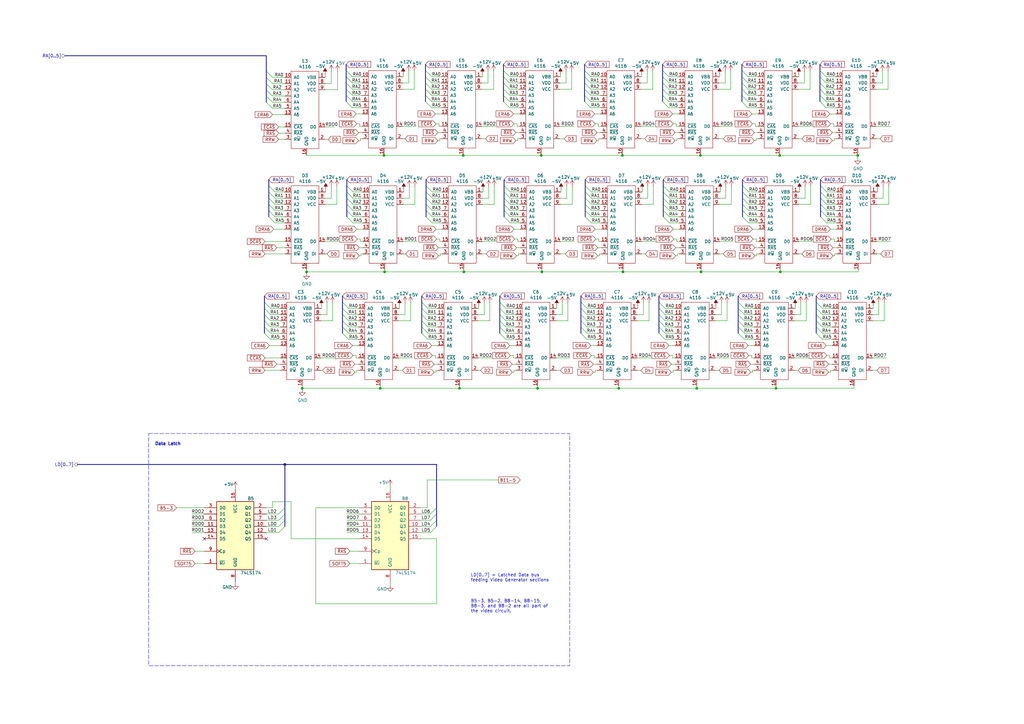
<source format=kicad_sch>
(kicad_sch (version 20230121) (generator eeschema)
  (paper "A3")
  (title_block (title "Apple II Schematic") (rev "0") (comment 1 "Captured from the Apple II Reference Manual (1979)"))
  (junction (at 125.73 111.506))
  (junction (at 351.79 63.754))
  (junction (at 220.472 159.258))
  (junction (at 318.262 159.258))
  (junction (at 253.746 159.258))
  (junction (at 222.25 111.506))
  (junction (at 287.528 111.506))
  (junction (at 155.956 159.258))
  (junction (at 190.246 111.506))
  (junction (at 255.27 63.754))
  (junction (at 285.75 159.258))
  (junction (at 189.992 63.754))
  (junction (at 157.48 63.754))
  (junction (at 116.84 190.5))
  (junction (at 157.734 111.506))
  (junction (at 319.786 63.754))
  (junction (at 123.952 159.258))
  (junction (at 188.468 159.258))
  (junction (at 320.04 111.506))
  (junction (at 221.996 63.754))
  (junction (at 287.274 63.754))
  (junction (at 255.524 111.506))
  (no_connect (at 83.82 220.98))
  (no_connect (at 109.22 220.98))
  (bus_entry (at 271.78 34.036) (size 2.54 2.54))
  (bus_entry (at 304.546 83.82) (size 2.54 2.54))
  (bus_entry (at 204.978 136.652) (size 2.54 2.54))
  (bus_entry (at 109.22 34.29) (size 2.54 2.54))
  (bus_entry (at 174.752 86.36) (size 2.54 2.54))
  (bus_entry (at 304.546 81.28) (size 2.54 2.54))
  (bus_entry (at 174.498 31.496) (size 2.54 2.54))
  (bus_entry (at 334.772 131.572) (size 2.54 2.54))
  (bus_entry (at 240.03 86.36) (size 2.54 2.54))
  (bus_entry (at 336.55 83.82) (size 2.54 2.54))
  (bus_entry (at 141.986 34.036) (size 2.54 2.54))
  (bus_entry (at 304.546 78.74) (size 2.54 2.54))
  (bus_entry (at 334.772 126.492) (size 2.54 2.54))
  (bus_entry (at 109.22 39.37) (size 2.54 2.54))
  (bus_entry (at 110.236 86.36) (size 2.54 2.54))
  (bus_entry (at 304.292 41.656) (size 2.54 2.54))
  (bus_entry (at 108.458 131.572) (size 2.54 2.54))
  (bus_entry (at 271.78 41.656) (size 2.54 2.54))
  (bus_entry (at 206.502 34.036) (size 2.54 2.54))
  (bus_entry (at 272.034 76.2) (size 2.54 2.54))
  (bus_entry (at 239.776 34.036) (size 2.54 2.54))
  (bus_entry (at 206.756 86.36) (size 2.54 2.54))
  (bus_entry (at 302.768 126.492) (size 2.54 2.54))
  (bus_entry (at 108.458 134.112) (size 2.54 2.54))
  (bus_entry (at 334.772 136.652) (size 2.54 2.54))
  (bus_entry (at 304.546 88.9) (size 2.54 2.54))
  (bus_entry (at 271.78 31.496) (size 2.54 2.54))
  (bus_entry (at 110.236 81.28) (size 2.54 2.54))
  (bus_entry (at 336.296 28.956) (size 2.54 2.54))
  (bus_entry (at 240.03 81.28) (size 2.54 2.54))
  (bus_entry (at 140.462 129.032) (size 2.54 2.54))
  (bus_entry (at 174.752 88.9) (size 2.54 2.54))
  (bus_entry (at 141.986 28.956) (size 2.54 2.54))
  (bus_entry (at 179.07 213.36) (size -2.54 2.54))
  (bus_entry (at 239.776 36.576) (size 2.54 2.54))
  (bus_entry (at 140.462 131.572) (size 2.54 2.54))
  (bus_entry (at 114.3 215.9) (size 2.54 -2.54))
  (bus_entry (at 110.236 83.82) (size 2.54 2.54))
  (bus_entry (at 336.296 34.036) (size 2.54 2.54))
  (bus_entry (at 179.07 208.28) (size -2.54 2.54))
  (bus_entry (at 174.752 76.2) (size 2.54 2.54))
  (bus_entry (at 172.974 131.572) (size 2.54 2.54))
  (bus_entry (at 334.772 129.032) (size 2.54 2.54))
  (bus_entry (at 110.236 76.2) (size 2.54 2.54))
  (bus_entry (at 270.256 129.032) (size 2.54 2.54))
  (bus_entry (at 108.458 129.032) (size 2.54 2.54))
  (bus_entry (at 174.498 36.576) (size 2.54 2.54))
  (bus_entry (at 174.498 41.656) (size 2.54 2.54))
  (bus_entry (at 206.502 28.956) (size 2.54 2.54))
  (bus_entry (at 302.768 134.112) (size 2.54 2.54))
  (bus_entry (at 336.296 31.496) (size 2.54 2.54))
  (bus_entry (at 206.756 88.9) (size 2.54 2.54))
  (bus_entry (at 142.24 88.9) (size 2.54 2.54))
  (bus_entry (at 108.458 136.652) (size 2.54 2.54))
  (bus_entry (at 304.546 86.36) (size 2.54 2.54))
  (bus_entry (at 142.24 86.36) (size 2.54 2.54))
  (bus_entry (at 238.252 126.492) (size 2.54 2.54))
  (bus_entry (at 336.55 78.74) (size 2.54 2.54))
  (bus_entry (at 238.252 131.572) (size 2.54 2.54))
  (bus_entry (at 304.292 31.496) (size 2.54 2.54))
  (bus_entry (at 109.22 29.21) (size 2.54 2.54))
  (bus_entry (at 172.974 136.652) (size 2.54 2.54))
  (bus_entry (at 109.22 31.75) (size 2.54 2.54))
  (bus_entry (at 270.256 123.952) (size 2.54 2.54))
  (bus_entry (at 238.252 129.032) (size 2.54 2.54))
  (bus_entry (at 270.256 136.652) (size 2.54 2.54))
  (bus_entry (at 336.55 76.2) (size 2.54 2.54))
  (bus_entry (at 109.22 36.83) (size 2.54 2.54))
  (bus_entry (at 140.462 126.492) (size 2.54 2.54))
  (bus_entry (at 142.24 81.28) (size 2.54 2.54))
  (bus_entry (at 110.236 78.74) (size 2.54 2.54))
  (bus_entry (at 141.986 36.576) (size 2.54 2.54))
  (bus_entry (at 272.034 88.9) (size 2.54 2.54))
  (bus_entry (at 114.3 210.82) (size 2.54 -2.54))
  (bus_entry (at 204.978 131.572) (size 2.54 2.54))
  (bus_entry (at 336.296 36.576) (size 2.54 2.54))
  (bus_entry (at 206.502 39.116) (size 2.54 2.54))
  (bus_entry (at 304.292 28.956) (size 2.54 2.54))
  (bus_entry (at 172.974 126.492) (size 2.54 2.54))
  (bus_entry (at 204.978 129.032) (size 2.54 2.54))
  (bus_entry (at 336.296 41.656) (size 2.54 2.54))
  (bus_entry (at 272.034 81.28) (size 2.54 2.54))
  (bus_entry (at 172.974 134.112) (size 2.54 2.54))
  (bus_entry (at 238.252 136.652) (size 2.54 2.54))
  (bus_entry (at 239.776 41.656) (size 2.54 2.54))
  (bus_entry (at 240.03 76.2) (size 2.54 2.54))
  (bus_entry (at 141.986 39.116) (size 2.54 2.54))
  (bus_entry (at 108.458 126.492) (size 2.54 2.54))
  (bus_entry (at 140.462 123.952) (size 2.54 2.54))
  (bus_entry (at 270.256 134.112) (size 2.54 2.54))
  (bus_entry (at 204.978 134.112) (size 2.54 2.54))
  (bus_entry (at 110.236 88.9) (size 2.54 2.54))
  (bus_entry (at 302.768 131.572) (size 2.54 2.54))
  (bus_entry (at 142.24 78.74) (size 2.54 2.54))
  (bus_entry (at 206.756 76.2) (size 2.54 2.54))
  (bus_entry (at 272.034 86.36) (size 2.54 2.54))
  (bus_entry (at 238.252 123.952) (size 2.54 2.54))
  (bus_entry (at 206.502 41.656) (size 2.54 2.54))
  (bus_entry (at 114.3 213.36) (size 2.54 -2.54))
  (bus_entry (at 206.756 83.82) (size 2.54 2.54))
  (bus_entry (at 140.462 134.112) (size 2.54 2.54))
  (bus_entry (at 206.756 81.28) (size 2.54 2.54))
  (bus_entry (at 304.292 34.036) (size 2.54 2.54))
  (bus_entry (at 238.252 134.112) (size 2.54 2.54))
  (bus_entry (at 179.07 215.9) (size -2.54 2.54))
  (bus_entry (at 174.498 39.116) (size 2.54 2.54))
  (bus_entry (at 140.462 136.652) (size 2.54 2.54))
  (bus_entry (at 302.768 123.952) (size 2.54 2.54))
  (bus_entry (at 336.55 86.36) (size 2.54 2.54))
  (bus_entry (at 270.256 131.572) (size 2.54 2.54))
  (bus_entry (at 142.24 83.82) (size 2.54 2.54))
  (bus_entry (at 271.78 39.116) (size 2.54 2.54))
  (bus_entry (at 239.776 39.116) (size 2.54 2.54))
  (bus_entry (at 204.978 126.492) (size 2.54 2.54))
  (bus_entry (at 174.498 34.036) (size 2.54 2.54))
  (bus_entry (at 239.776 31.496) (size 2.54 2.54))
  (bus_entry (at 174.752 81.28) (size 2.54 2.54))
  (bus_entry (at 174.752 83.82) (size 2.54 2.54))
  (bus_entry (at 179.07 210.82) (size -2.54 2.54))
  (bus_entry (at 336.55 88.9) (size 2.54 2.54))
  (bus_entry (at 172.974 129.032) (size 2.54 2.54))
  (bus_entry (at 109.22 41.91) (size 2.54 2.54))
  (bus_entry (at 270.256 126.492) (size 2.54 2.54))
  (bus_entry (at 174.498 28.956) (size 2.54 2.54))
  (bus_entry (at 336.296 39.116) (size 2.54 2.54))
  (bus_entry (at 302.768 136.652) (size 2.54 2.54))
  (bus_entry (at 304.292 39.116) (size 2.54 2.54))
  (bus_entry (at 206.756 78.74) (size 2.54 2.54))
  (bus_entry (at 240.03 83.82) (size 2.54 2.54))
  (bus_entry (at 172.974 123.952) (size 2.54 2.54))
  (bus_entry (at 334.772 123.952) (size 2.54 2.54))
  (bus_entry (at 141.986 31.496) (size 2.54 2.54))
  (bus_entry (at 334.772 134.112) (size 2.54 2.54))
  (bus_entry (at 174.752 78.74) (size 2.54 2.54))
  (bus_entry (at 108.458 123.952) (size 2.54 2.54))
  (bus_entry (at 304.546 76.2) (size 2.54 2.54))
  (bus_entry (at 336.55 81.28) (size 2.54 2.54))
  (bus_entry (at 272.034 78.74) (size 2.54 2.54))
  (bus_entry (at 304.292 36.576) (size 2.54 2.54))
  (bus_entry (at 206.502 31.496) (size 2.54 2.54))
  (bus_entry (at 302.768 129.032) (size 2.54 2.54))
  (bus_entry (at 114.3 218.44) (size 2.54 -2.54))
  (bus_entry (at 206.502 36.576) (size 2.54 2.54))
  (bus_entry (at 240.03 78.74) (size 2.54 2.54))
  (bus_entry (at 239.776 28.956) (size 2.54 2.54))
  (bus_entry (at 204.978 123.952) (size 2.54 2.54))
  (bus_entry (at 272.034 83.82) (size 2.54 2.54))
  (bus_entry (at 271.78 28.956) (size 2.54 2.54))
  (bus_entry (at 141.986 41.656) (size 2.54 2.54))
  (bus_entry (at 142.24 76.2) (size 2.54 2.54))
  (bus_entry (at 271.78 36.576) (size 2.54 2.54))
  (bus_entry (at 240.03 88.9) (size 2.54 2.54))
  (bus (pts (xy 336.296 28.956) (xy 336.296 31.496)))
  (bus (pts (xy 239.776 39.116) (xy 239.776 41.656)))
  (wire (pts (xy 240.792 139.192) (xy 244.856 139.192)))
  (bus (pts (xy 141.986 26.416) (xy 141.986 28.956)))
  (wire (pts (xy 108.712 99.06) (xy 116.84 99.06)))
  (wire (pts (xy 242.316 31.496) (xy 246.38 31.496)))
  (wire (pts (xy 146.05 46.736) (xy 148.59 46.736)))
  (bus (pts (xy 204.978 126.492) (xy 204.978 129.032)))
  (bus (pts (xy 174.752 83.82) (xy 174.752 86.36)))
  (wire (pts (xy 231.394 56.896) (xy 229.616 56.896)))
  (wire (pts (xy 308.356 46.736) (xy 310.896 46.736)))
  (wire (pts (xy 228.346 125.476) (xy 228.346 126.492)))
  (wire (pts (xy 320.04 110.49) (xy 320.04 111.506)))
  (wire (pts (xy 274.32 31.496) (xy 278.384 31.496)))
  (wire (pts (xy 244.856 57.658) (xy 245.618 57.658)))
  (wire (pts (xy 196.088 131.572) (xy 200.914 131.572)))
  (wire (pts (xy 309.372 54.356) (xy 310.896 54.356)))
  (wire (pts (xy 307.086 81.28) (xy 311.15 81.28)))
  (wire (pts (xy 272.796 136.652) (xy 276.86 136.652)))
  (wire (pts (xy 245.11 104.902) (xy 245.872 104.902)))
  (wire (pts (xy 143.002 134.112) (xy 147.066 134.112)))
  (bus (pts (xy 141.986 31.496) (xy 141.986 34.036)))
  (wire (pts (xy 165.608 77.724) (xy 165.608 78.74)))
  (wire (pts (xy 125.73 63.754) (xy 157.48 63.754)))
  (wire (pts (xy 167.64 34.036) (xy 167.64 29.21)))
  (bus (pts (xy 109.22 36.83) (xy 109.22 39.37)))
  (wire (pts (xy 306.832 44.196) (xy 310.896 44.196)))
  (wire (pts (xy 211.582 57.658) (xy 212.344 57.658)))
  (bus (pts (xy 141.986 39.116) (xy 141.986 41.656)))
  (wire (pts (xy 245.618 98.044) (xy 245.618 99.06)))
  (wire (pts (xy 147.32 104.902) (xy 148.082 104.902)))
  (wire (pts (xy 310.134 98.044) (xy 310.134 99.06)))
  (wire (pts (xy 287.528 111.506) (xy 255.524 111.506)))
  (wire (pts (xy 307.848 152.654) (xy 308.61 152.654)))
  (wire (pts (xy 339.09 83.82) (xy 343.154 83.82)))
  (wire (pts (xy 178.562 145.796) (xy 178.562 146.812)))
  (wire (pts (xy 341.376 57.658) (xy 342.138 57.658)))
  (wire (pts (xy 180.34 57.658) (xy 180.34 56.896)))
  (wire (pts (xy 209.296 86.36) (xy 213.36 86.36)))
  (wire (pts (xy 277.876 104.14) (xy 278.638 104.14)))
  (wire (pts (xy 340.36 46.736) (xy 342.9 46.736)))
  (wire (pts (xy 190.246 111.506) (xy 157.734 111.506)))
  (wire (pts (xy 242.316 34.036) (xy 246.38 34.036)))
  (wire (pts (xy 244.094 151.892) (xy 244.856 151.892)))
  (wire (pts (xy 328.93 104.14) (xy 327.66 104.14)))
  (wire (pts (xy 163.576 129.032) (xy 166.116 129.032)))
  (wire (pts (xy 229.616 51.816) (xy 235.204 51.816)))
  (wire (pts (xy 209.042 41.656) (xy 213.106 41.656)))
  (wire (pts (xy 180.594 104.902) (xy 180.594 104.14)))
  (wire (pts (xy 295.402 78.74) (xy 295.148 78.74)))
  (wire (pts (xy 275.336 152.654) (xy 276.098 152.654)))
  (wire (pts (xy 240.792 131.572) (xy 244.856 131.572)))
  (bus (pts (xy 240.03 76.2) (xy 240.03 78.74)))
  (wire (pts (xy 144.526 34.036) (xy 148.59 34.036)))
  (wire (pts (xy 274.32 41.656) (xy 278.384 41.656)))
  (bus (pts (xy 116.84 190.5) (xy 179.07 190.5)))
  (wire (pts (xy 209.042 31.496) (xy 213.106 31.496)))
  (wire (pts (xy 327.406 34.036) (xy 329.946 34.036)))
  (bus (pts (xy 272.034 83.82) (xy 272.034 86.36)))
  (wire (pts (xy 240.792 136.652) (xy 244.856 136.652)))
  (wire (pts (xy 178.816 151.892) (xy 179.578 151.892)))
  (wire (pts (xy 359.664 31.496) (xy 359.41 31.496)))
  (wire (pts (xy 357.886 131.572) (xy 362.712 131.572)))
  (wire (pts (xy 242.316 141.732) (xy 244.856 141.732)))
  (bus (pts (xy 179.07 210.82) (xy 179.07 213.36)))
  (wire (pts (xy 295.402 77.724) (xy 295.402 78.74)))
  (bus (pts (xy 26.67 22.86) (xy 109.22 22.86)))
  (wire (pts (xy 210.82 93.98) (xy 213.36 93.98)))
  (bus (pts (xy 336.55 73.66) (xy 336.55 76.2)))
  (wire (pts (xy 144.526 39.116) (xy 148.59 39.116)))
  (wire (pts (xy 306.832 41.656) (xy 310.896 41.656)))
  (bus (pts (xy 172.974 131.572) (xy 172.974 134.112)))
  (wire (pts (xy 146.304 50.8) (xy 147.574 50.8)))
  (wire (pts (xy 310.134 99.06) (xy 311.15 99.06)))
  (bus (pts (xy 108.458 123.952) (xy 108.458 126.492)))
  (wire (pts (xy 275.844 145.796) (xy 275.844 146.812)))
  (wire (pts (xy 157.48 63.246) (xy 157.48 63.754)))
  (wire (pts (xy 338.836 34.036) (xy 342.9 34.036)))
  (wire (pts (xy 131.826 126.492) (xy 131.572 126.492)))
  (wire (pts (xy 220.472 159.258) (xy 188.468 159.258)))
  (wire (pts (xy 197.866 81.28) (xy 200.406 81.28)))
  (wire (pts (xy 190.246 110.49) (xy 190.246 111.506)))
  (wire (pts (xy 146.304 152.654) (xy 146.304 151.892)))
  (wire (pts (xy 111.76 41.91) (xy 116.84 41.91)))
  (wire (pts (xy 196.342 125.476) (xy 196.342 126.492)))
  (wire (pts (xy 165.1 151.892) (xy 163.576 151.892)))
  (wire (pts (xy 163.83 126.492) (xy 163.576 126.492)))
  (wire (pts (xy 123.952 159.258) (xy 123.952 158.242)))
  (bus (pts (xy 116.84 210.82) (xy 116.84 213.36)))
  (bus (pts (xy 334.772 126.492) (xy 334.772 129.032)))
  (wire (pts (xy 360.934 56.896) (xy 359.41 56.896)))
  (wire (pts (xy 83.82 215.9) (xy 78.74 215.9)))
  (wire (pts (xy 112.268 93.98) (xy 116.84 93.98)))
  (bus (pts (xy 270.256 131.572) (xy 270.256 134.112)))
  (wire (pts (xy 305.308 129.032) (xy 309.372 129.032)))
  (bus (pts (xy 239.776 31.496) (xy 239.776 34.036)))
  (wire (pts (xy 165.1 36.576) (xy 169.926 36.576)))
  (wire (pts (xy 157.734 111.506) (xy 125.73 111.506)))
  (wire (pts (xy 229.616 36.576) (xy 234.442 36.576)))
  (wire (pts (xy 108.712 151.892) (xy 115.062 151.892)))
  (wire (pts (xy 209.296 81.28) (xy 213.36 81.28)))
  (wire (pts (xy 180.34 98.044) (xy 180.34 99.06)))
  (wire (pts (xy 231.902 104.14) (xy 229.87 104.14)))
  (wire (pts (xy 308.356 145.796) (xy 308.356 146.812)))
  (wire (pts (xy 200.406 81.28) (xy 200.406 76.454)))
  (wire (pts (xy 210.82 50.8) (xy 212.09 50.8)))
  (wire (pts (xy 341.63 104.902) (xy 342.392 104.902)))
  (bus (pts (xy 304.292 26.416) (xy 304.292 28.956)))
  (wire (pts (xy 264.414 56.896) (xy 262.89 56.896)))
  (wire (pts (xy 209.042 39.116) (xy 213.106 39.116)))
  (wire (pts (xy 332.486 83.82) (xy 332.486 76.454)))
  (wire (pts (xy 309.626 101.6) (xy 311.15 101.6)))
  (wire (pts (xy 144.78 78.74) (xy 148.844 78.74)))
  (wire (pts (xy 340.614 151.892) (xy 341.376 151.892)))
  (wire (pts (xy 295.148 30.48) (xy 295.148 31.496)))
  (wire (pts (xy 267.97 83.82) (xy 267.97 76.454)))
  (wire (pts (xy 327.66 81.28) (xy 330.2 81.28)))
  (wire (pts (xy 243.84 146.812) (xy 244.856 146.812)))
  (wire (pts (xy 197.866 83.82) (xy 202.692 83.82)))
  (wire (pts (xy 177.038 41.656) (xy 181.102 41.656)))
  (wire (pts (xy 131.572 146.812) (xy 137.16 146.812)))
  (wire (pts (xy 179.832 101.6) (xy 181.356 101.6)))
  (wire (pts (xy 119.38 220.98) (xy 147.32 220.98)))
  (bus (pts (xy 336.296 26.416) (xy 336.296 28.956)))
  (wire (pts (xy 358.14 125.476) (xy 358.14 126.492)))
  (wire (pts (xy 263.906 129.032) (xy 263.906 124.206)))
  (wire (pts (xy 341.63 101.6) (xy 343.154 101.6)))
  (wire (pts (xy 232.156 34.036) (xy 232.156 29.21)))
  (bus (pts (xy 142.24 83.82) (xy 142.24 86.36)))
  (wire (pts (xy 131.826 125.476) (xy 131.826 126.492)))
  (wire (pts (xy 242.57 81.28) (xy 246.634 81.28)))
  (wire (pts (xy 165.608 78.74) (xy 165.354 78.74)))
  (wire (pts (xy 165.1 34.036) (xy 167.64 34.036)))
  (wire (pts (xy 294.894 151.892) (xy 293.37 151.892)))
  (wire (pts (xy 111.76 36.83) (xy 116.84 36.83)))
  (wire (pts (xy 337.312 134.112) (xy 341.376 134.112)))
  (wire (pts (xy 143.002 126.492) (xy 147.066 126.492)))
  (bus (pts (xy 272.034 73.66) (xy 272.034 76.2)))
  (bus (pts (xy 174.752 78.74) (xy 174.752 81.28)))
  (bus (pts (xy 238.252 126.492) (xy 238.252 129.032)))
  (wire (pts (xy 362.712 131.572) (xy 362.712 124.206)))
  (wire (pts (xy 175.514 131.572) (xy 179.578 131.572)))
  (wire (pts (xy 143.002 139.192) (xy 147.066 139.192)))
  (wire (pts (xy 242.316 44.196) (xy 246.38 44.196)))
  (wire (pts (xy 245.11 101.6) (xy 246.634 101.6)))
  (wire (pts (xy 125.73 112.014) (xy 125.73 111.506)))
  (wire (pts (xy 209.296 91.44) (xy 213.36 91.44)))
  (wire (pts (xy 109.22 210.82) (xy 114.3 210.82)))
  (wire (pts (xy 293.37 129.032) (xy 295.91 129.032)))
  (wire (pts (xy 277.622 57.658) (xy 277.622 56.896)))
  (wire (pts (xy 277.368 50.8) (xy 277.368 51.816)))
  (bus (pts (xy 239.776 28.956) (xy 239.776 31.496)))
  (wire (pts (xy 364.236 36.576) (xy 364.236 29.21)))
  (wire (pts (xy 330.708 131.572) (xy 330.708 124.206)))
  (wire (pts (xy 209.296 145.796) (xy 210.566 145.796)))
  (bus (pts (xy 174.498 26.416) (xy 174.498 28.956)))
  (bus (pts (xy 206.502 36.576) (xy 206.502 39.116)))
  (wire (pts (xy 179.578 57.658) (xy 180.34 57.658)))
  (wire (pts (xy 255.27 63.754) (xy 287.274 63.754)))
  (bus (pts (xy 270.256 121.412) (xy 270.256 123.952)))
  (wire (pts (xy 295.148 99.06) (xy 300.736 99.06)))
  (bus (pts (xy 238.252 129.032) (xy 238.252 131.572)))
  (wire (pts (xy 200.914 131.572) (xy 200.914 124.206)))
  (bus (pts (xy 110.236 83.82) (xy 110.236 86.36)))
  (wire (pts (xy 210.566 146.812) (xy 211.582 146.812)))
  (wire (pts (xy 229.87 151.892) (xy 228.092 151.892)))
  (wire (pts (xy 209.042 34.036) (xy 213.106 34.036)))
  (wire (pts (xy 243.84 145.796) (xy 243.84 146.812)))
  (wire (pts (xy 327.66 30.48) (xy 327.66 31.496)))
  (wire (pts (xy 245.364 50.8) (xy 245.364 51.816)))
  (wire (pts (xy 299.72 36.576) (xy 299.72 29.21)))
  (wire (pts (xy 357.886 129.032) (xy 360.426 129.032)))
  (wire (pts (xy 305.308 131.572) (xy 309.372 131.572)))
  (wire (pts (xy 277.114 101.6) (xy 278.638 101.6)))
  (bus (pts (xy 206.756 86.36) (xy 206.756 88.9)))
  (wire (pts (xy 306.832 31.496) (xy 310.896 31.496)))
  (wire (pts (xy 276.098 151.892) (xy 276.86 151.892)))
  (wire (pts (xy 297.688 81.28) (xy 297.688 76.454)))
  (bus (pts (xy 270.256 134.112) (xy 270.256 136.652)))
  (bus (pts (xy 204.978 134.112) (xy 204.978 136.652)))
  (wire (pts (xy 197.612 34.036) (xy 200.152 34.036)))
  (bus (pts (xy 240.03 86.36) (xy 240.03 88.9)))
  (wire (pts (xy 274.574 145.796) (xy 275.844 145.796)))
  (wire (pts (xy 310.388 104.14) (xy 311.15 104.14)))
  (bus (pts (xy 336.296 34.036) (xy 336.296 36.576)))
  (wire (pts (xy 274.32 34.036) (xy 278.384 34.036)))
  (wire (pts (xy 255.27 63.246) (xy 255.27 63.754)))
  (wire (pts (xy 242.316 36.576) (xy 246.38 36.576)))
  (wire (pts (xy 229.87 30.48) (xy 229.87 31.496)))
  (wire (pts (xy 136.398 131.572) (xy 136.398 124.206)))
  (wire (pts (xy 305.308 139.192) (xy 309.372 139.192)))
  (wire (pts (xy 180.34 56.896) (xy 181.102 56.896)))
  (bus (pts (xy 142.24 76.2) (xy 142.24 78.74)))
  (wire (pts (xy 285.75 158.242) (xy 285.75 159.258)))
  (bus (pts (xy 238.252 123.952) (xy 238.252 126.492)))
  (wire (pts (xy 308.61 93.98) (xy 311.15 93.98)))
  (wire (pts (xy 177.038 141.732) (xy 179.578 141.732)))
  (bus (pts (xy 271.78 36.576) (xy 271.78 39.116)))
  (bus (pts (xy 108.458 126.492) (xy 108.458 129.032)))
  (wire (pts (xy 165.354 99.06) (xy 170.942 99.06)))
  (wire (pts (xy 109.22 213.36) (xy 114.3 213.36)))
  (bus (pts (xy 116.84 213.36) (xy 116.84 215.9)))
  (wire (pts (xy 179.07 98.044) (xy 180.34 98.044)))
  (wire (pts (xy 309.626 104.902) (xy 310.388 104.902)))
  (wire (pts (xy 339.09 78.74) (xy 343.154 78.74)))
  (wire (pts (xy 145.542 152.654) (xy 146.304 152.654)))
  (wire (pts (xy 352.044 110.49) (xy 352.044 111.506)))
  (wire (pts (xy 210.566 46.736) (xy 213.106 46.736)))
  (wire (pts (xy 144.78 88.9) (xy 148.844 88.9)))
  (wire (pts (xy 274.574 86.36) (xy 278.638 86.36)))
  (wire (pts (xy 330.2 81.28) (xy 330.2 76.454)))
  (wire (pts (xy 180.594 104.14) (xy 181.356 104.14)))
  (wire (pts (xy 244.348 98.044) (xy 245.618 98.044)))
  (bus (pts (xy 31.75 190.5) (xy 116.84 190.5)))
  (wire (pts (xy 83.82 213.36) (xy 78.74 213.36)))
  (wire (pts (xy 112.776 86.36) (xy 116.84 86.36)))
  (bus (pts (xy 206.502 34.036) (xy 206.502 36.576)))
  (bus (pts (xy 334.772 129.032) (xy 334.772 131.572)))
  (wire (pts (xy 212.09 50.8) (xy 212.09 51.816)))
  (wire (pts (xy 72.39 208.28) (xy 83.82 208.28)))
  (wire (pts (xy 180.34 99.06) (xy 181.356 99.06)))
  (wire (pts (xy 337.312 139.192) (xy 341.376 139.192)))
  (wire (pts (xy 146.05 145.796) (xy 146.05 146.812)))
  (wire (pts (xy 309.372 57.658) (xy 310.134 57.658)))
  (bus (pts (xy 172.974 134.112) (xy 172.974 136.652)))
  (wire (pts (xy 276.098 50.8) (xy 277.368 50.8)))
  (wire (pts (xy 359.41 34.036) (xy 361.95 34.036)))
  (bus (pts (xy 270.256 126.492) (xy 270.256 129.032)))
  (wire (pts (xy 352.044 111.506) (xy 320.04 111.506)))
  (wire (pts (xy 109.22 215.9) (xy 114.3 215.9)))
  (wire (pts (xy 277.114 104.902) (xy 277.876 104.902)))
  (wire (pts (xy 207.518 126.492) (xy 211.582 126.492)))
  (wire (pts (xy 222.25 111.506) (xy 190.246 111.506)))
  (wire (pts (xy 147.32 208.28) (xy 129.54 208.28)))
  (wire (pts (xy 307.086 78.74) (xy 311.15 78.74)))
  (wire (pts (xy 212.598 104.14) (xy 213.36 104.14)))
  (wire (pts (xy 175.514 126.492) (xy 179.578 126.492)))
  (bus (pts (xy 204.978 129.032) (xy 204.978 131.572)))
  (bus (pts (xy 240.03 81.28) (xy 240.03 83.82)))
  (bus (pts (xy 239.776 36.576) (xy 239.776 39.116)))
  (wire (pts (xy 222.25 110.49) (xy 222.25 111.506)))
  (bus (pts (xy 206.756 73.66) (xy 206.756 76.2)))
  (bus (pts (xy 304.546 73.66) (xy 304.546 76.2)))
  (wire (pts (xy 177.292 86.36) (xy 181.356 86.36)))
  (wire (pts (xy 143.51 226.06) (xy 147.32 226.06)))
  (wire (pts (xy 165.354 31.496) (xy 165.1 31.496)))
  (wire (pts (xy 202.692 83.82) (xy 202.692 76.454)))
  (wire (pts (xy 339.852 152.654) (xy 340.614 152.654)))
  (wire (pts (xy 242.57 145.796) (xy 243.84 145.796)))
  (wire (pts (xy 307.848 149.352) (xy 309.372 149.352)))
  (wire (pts (xy 211.836 101.6) (xy 213.36 101.6)))
  (bus (pts (xy 204.978 121.412) (xy 204.978 123.952)))
  (wire (pts (xy 297.434 34.036) (xy 297.434 29.21)))
  (wire (pts (xy 209.296 78.74) (xy 213.36 78.74)))
  (wire (pts (xy 177.292 88.9) (xy 181.356 88.9)))
  (wire (pts (xy 110.998 129.032) (xy 115.062 129.032)))
  (bus (pts (xy 336.296 31.496) (xy 336.296 34.036)))
  (bus (pts (xy 304.292 31.496) (xy 304.292 34.036)))
  (wire (pts (xy 266.192 131.572) (xy 266.192 124.206)))
  (bus (pts (xy 206.502 28.956) (xy 206.502 31.496)))
  (bus (pts (xy 141.986 36.576) (xy 141.986 39.116)))
  (wire (pts (xy 109.22 208.28) (xy 111.76 208.28)))
  (wire (pts (xy 179.07 247.65) (xy 179.07 220.98)))
  (wire (pts (xy 342.138 56.896) (xy 342.9 56.896)))
  (bus (pts (xy 302.768 121.412) (xy 302.768 123.952)))
  (wire (pts (xy 177.038 36.576) (xy 181.102 36.576)))
  (wire (pts (xy 342.392 104.902) (xy 342.392 104.14)))
  (wire (pts (xy 327.406 36.576) (xy 332.232 36.576)))
  (wire (pts (xy 328.93 56.896) (xy 327.406 56.896)))
  (bus (pts (xy 174.752 73.66) (xy 174.752 76.2)))
  (wire (pts (xy 175.26 208.28) (xy 175.26 196.85)))
  (wire (pts (xy 351.79 63.754) (xy 351.79 63.246)))
  (bus (pts (xy 240.03 78.74) (xy 240.03 81.28)))
  (wire (pts (xy 307.086 86.36) (xy 311.15 86.36)))
  (wire (pts (xy 275.844 146.812) (xy 276.86 146.812)))
  (wire (pts (xy 179.832 104.902) (xy 180.594 104.902)))
  (wire (pts (xy 339.09 86.36) (xy 343.154 86.36)))
  (wire (pts (xy 198.628 129.032) (xy 198.628 124.206)))
  (wire (pts (xy 361.188 104.14) (xy 359.664 104.14)))
  (bus (pts (xy 110.236 73.66) (xy 110.236 76.2)))
  (wire (pts (xy 123.952 159.766) (xy 123.952 159.258)))
  (wire (pts (xy 332.232 36.576) (xy 332.232 29.21)))
  (wire (pts (xy 209.042 36.576) (xy 213.106 36.576)))
  (wire (pts (xy 170.18 83.82) (xy 170.18 76.454)))
  (wire (pts (xy 340.614 50.8) (xy 341.884 50.8)))
  (wire (pts (xy 111.76 34.29) (xy 116.84 34.29)))
  (wire (pts (xy 274.574 78.74) (xy 278.638 78.74)))
  (wire (pts (xy 295.91 129.032) (xy 295.91 124.206)))
  (wire (pts (xy 326.136 125.476) (xy 326.136 126.492)))
  (wire (pts (xy 114.3 52.07) (xy 116.84 52.07)))
  (wire (pts (xy 325.882 146.812) (xy 331.47 146.812)))
  (wire (pts (xy 295.148 81.28) (xy 297.688 81.28)))
  (wire (pts (xy 83.82 210.82) (xy 78.74 210.82)))
  (wire (pts (xy 134.112 129.032) (xy 134.112 124.206)))
  (wire (pts (xy 207.518 139.192) (xy 211.582 139.192)))
  (bus (pts (xy 109.22 22.86) (xy 109.22 29.21)))
  (wire (pts (xy 172.72 210.82) (xy 176.53 210.82)))
  (wire (pts (xy 196.342 126.492) (xy 196.088 126.492)))
  (wire (pts (xy 337.312 136.652) (xy 341.376 136.652)))
  (wire (pts (xy 228.092 146.812) (xy 233.68 146.812)))
  (bus (pts (xy 109.22 39.37) (xy 109.22 41.91)))
  (wire (pts (xy 295.148 31.496) (xy 294.894 31.496)))
  (wire (pts (xy 165.354 30.48) (xy 165.354 31.496)))
  (wire (pts (xy 112.776 81.28) (xy 116.84 81.28)))
  (wire (pts (xy 327.914 78.74) (xy 327.66 78.74)))
  (bus (pts (xy 141.986 34.036) (xy 141.986 36.576)))
  (wire (pts (xy 325.882 131.572) (xy 330.708 131.572)))
  (wire (pts (xy 180.086 51.816) (xy 181.102 51.816)))
  (wire (pts (xy 178.054 152.654) (xy 178.816 152.654)))
  (wire (pts (xy 340.36 146.812) (xy 341.376 146.812)))
  (wire (pts (xy 242.316 41.656) (xy 246.38 41.656)))
  (wire (pts (xy 245.618 57.658) (xy 245.618 56.896)))
  (bus (pts (xy 109.22 31.75) (xy 109.22 34.29)))
  (bus (pts (xy 174.752 76.2) (xy 174.752 78.74)))
  (wire (pts (xy 293.37 146.812) (xy 298.958 146.812)))
  (wire (pts (xy 359.41 51.816) (xy 364.998 51.816)))
  (wire (pts (xy 166.116 129.032) (xy 166.116 124.206)))
  (wire (pts (xy 96.52 238.76) (xy 96.52 239.268)))
  (wire (pts (xy 272.796 139.192) (xy 276.86 139.192)))
  (wire (pts (xy 350.266 158.242) (xy 350.266 159.258)))
  (wire (pts (xy 144.526 36.576) (xy 148.59 36.576)))
  (wire (pts (xy 245.872 104.902) (xy 245.872 104.14)))
  (wire (pts (xy 340.614 152.654) (xy 340.614 151.892)))
  (wire (pts (xy 339.09 81.28) (xy 343.154 81.28)))
  (wire (pts (xy 285.75 159.258) (xy 253.746 159.258)))
  (wire (pts (xy 178.562 46.736) (xy 181.102 46.736)))
  (bus (pts (xy 108.458 121.412) (xy 108.458 123.952)))
  (wire (pts (xy 293.624 125.476) (xy 293.624 126.492)))
  (wire (pts (xy 338.836 31.496) (xy 342.9 31.496)))
  (wire (pts (xy 240.792 126.492) (xy 244.856 126.492)))
  (wire (pts (xy 180.086 50.8) (xy 180.086 51.816)))
  (wire (pts (xy 157.734 110.49) (xy 157.734 111.506)))
  (wire (pts (xy 212.09 51.816) (xy 213.106 51.816)))
  (wire (pts (xy 359.664 83.82) (xy 364.49 83.82)))
  (bus (pts (xy 304.546 76.2) (xy 304.546 78.74)))
  (wire (pts (xy 234.696 83.82) (xy 234.696 76.454)))
  (wire (pts (xy 200.152 34.036) (xy 200.152 29.21)))
  (bus (pts (xy 302.768 131.572) (xy 302.768 134.112)))
  (wire (pts (xy 338.836 41.656) (xy 342.9 41.656)))
  (wire (pts (xy 211.074 98.044) (xy 212.344 98.044)))
  (wire (pts (xy 197.866 99.06) (xy 203.454 99.06)))
  (wire (pts (xy 263.144 30.48) (xy 263.144 31.496)))
  (wire (pts (xy 265.43 34.036) (xy 265.43 29.21)))
  (wire (pts (xy 210.058 152.654) (xy 210.82 152.654)))
  (bus (pts (xy 271.78 26.416) (xy 271.78 28.956)))
  (wire (pts (xy 307.086 145.796) (xy 308.356 145.796)))
  (wire (pts (xy 210.058 149.352) (xy 211.582 149.352)))
  (wire (pts (xy 211.582 54.356) (xy 213.106 54.356)))
  (wire (pts (xy 318.262 159.258) (xy 285.75 159.258)))
  (wire (pts (xy 228.346 126.492) (xy 228.092 126.492)))
  (bus (pts (xy 271.78 34.036) (xy 271.78 36.576)))
  (wire (pts (xy 110.998 134.112) (xy 115.062 134.112)))
  (bus (pts (xy 206.756 76.2) (xy 206.756 78.74)))
  (wire (pts (xy 255.524 111.506) (xy 222.25 111.506)))
  (bus (pts (xy 302.768 134.112) (xy 302.768 136.652)))
  (wire (pts (xy 147.32 215.9) (xy 142.24 215.9)))
  (wire (pts (xy 229.87 99.06) (xy 235.458 99.06)))
  (wire (pts (xy 165.1 56.896) (xy 166.116 56.896)))
  (wire (pts (xy 263.144 31.496) (xy 262.89 31.496)))
  (wire (pts (xy 230.632 129.032) (xy 230.632 124.206)))
  (wire (pts (xy 232.918 131.572) (xy 232.918 124.206)))
  (wire (pts (xy 276.86 54.356) (xy 278.384 54.356)))
  (wire (pts (xy 147.828 56.896) (xy 148.59 56.896)))
  (wire (pts (xy 243.84 46.736) (xy 246.38 46.736)))
  (wire (pts (xy 198.12 78.74) (xy 197.866 78.74)))
  (wire (pts (xy 83.82 218.44) (xy 78.74 218.44)))
  (wire (pts (xy 326.136 126.492) (xy 325.882 126.492)))
  (wire (pts (xy 274.574 88.9) (xy 278.638 88.9)))
  (bus (pts (xy 334.772 121.412) (xy 334.772 123.952)))
  (bus (pts (xy 179.07 208.28) (xy 179.07 210.82)))
  (wire (pts (xy 133.35 104.14) (xy 134.112 104.14)))
  (wire (pts (xy 209.296 88.9) (xy 213.36 88.9)))
  (wire (pts (xy 277.368 51.816) (xy 278.384 51.816)))
  (wire (pts (xy 307.086 83.82) (xy 311.15 83.82)))
  (wire (pts (xy 148.082 104.902) (xy 148.082 104.14)))
  (wire (pts (xy 175.26 196.85) (xy 204.47 196.85)))
  (wire (pts (xy 359.918 77.724) (xy 359.918 78.74)))
  (wire (pts (xy 293.624 126.492) (xy 293.37 126.492)))
  (wire (pts (xy 221.996 63.246) (xy 221.996 63.754)))
  (bus (pts (xy 174.498 28.956) (xy 174.498 31.496)))
  (wire (pts (xy 229.87 81.28) (xy 232.41 81.28)))
  (wire (pts (xy 340.36 145.796) (xy 340.36 146.812)))
  (wire (pts (xy 229.87 31.496) (xy 229.616 31.496)))
  (bus (pts (xy 172.974 129.032) (xy 172.974 131.572)))
  (bus (pts (xy 304.292 39.116) (xy 304.292 41.656)))
  (wire (pts (xy 253.746 158.242) (xy 253.746 159.258)))
  (wire (pts (xy 277.622 56.896) (xy 278.384 56.896)))
  (bus (pts (xy 109.22 29.21) (xy 109.22 31.75)))
  (wire (pts (xy 145.542 149.352) (xy 147.066 149.352)))
  (wire (pts (xy 146.304 93.98) (xy 148.844 93.98)))
  (wire (pts (xy 178.054 149.352) (xy 179.578 149.352)))
  (wire (pts (xy 296.672 104.14) (xy 295.148 104.14)))
  (bus (pts (xy 174.752 81.28) (xy 174.752 83.82)))
  (wire (pts (xy 147.574 51.816) (xy 148.59 51.816)))
  (bus (pts (xy 304.546 83.82) (xy 304.546 86.36)))
  (wire (pts (xy 133.35 30.48) (xy 133.35 31.75)))
  (wire (pts (xy 197.866 31.496) (xy 197.612 31.496)))
  (wire (pts (xy 143.002 129.032) (xy 147.066 129.032)))
  (wire (pts (xy 131.572 131.572) (xy 136.398 131.572)))
  (bus (pts (xy 336.55 83.82) (xy 336.55 86.36)))
  (wire (pts (xy 307.086 91.44) (xy 311.15 91.44)))
  (bus (pts (xy 206.502 39.116) (xy 206.502 41.656)))
  (wire (pts (xy 263.144 81.28) (xy 265.684 81.28)))
  (bus (pts (xy 271.78 39.116) (xy 271.78 41.656)))
  (wire (pts (xy 359.918 78.74) (xy 359.664 78.74)))
  (wire (pts (xy 110.998 139.192) (xy 115.062 139.192)))
  (wire (pts (xy 114.3 54.61) (xy 116.84 54.61)))
  (wire (pts (xy 178.816 50.8) (xy 180.086 50.8)))
  (wire (pts (xy 175.514 129.032) (xy 179.578 129.032)))
  (bus (pts (xy 140.462 123.952) (xy 140.462 126.492)))
  (bus (pts (xy 336.296 39.116) (xy 336.296 41.656)))
  (wire (pts (xy 244.094 50.8) (xy 245.364 50.8)))
  (wire (pts (xy 197.866 30.48) (xy 197.866 31.496)))
  (wire (pts (xy 242.57 83.82) (xy 246.634 83.82)))
  (bus (pts (xy 206.756 78.74) (xy 206.756 81.28)))
  (bus (pts (xy 334.772 123.952) (xy 334.772 126.492)))
  (wire (pts (xy 147.828 57.658) (xy 147.828 56.896)))
  (wire (pts (xy 294.894 51.816) (xy 300.482 51.816)))
  (wire (pts (xy 209.042 141.732) (xy 211.582 141.732)))
  (bus (pts (xy 206.502 26.416) (xy 206.502 28.956)))
  (wire (pts (xy 253.746 159.258) (xy 220.472 159.258)))
  (bus (pts (xy 140.462 134.112) (xy 140.462 136.652)))
  (wire (pts (xy 147.066 54.356) (xy 148.59 54.356)))
  (wire (pts (xy 275.844 46.736) (xy 278.384 46.736)))
  (wire (pts (xy 319.786 63.754) (xy 351.79 63.754)))
  (bus (pts (xy 239.776 34.036) (xy 239.776 36.576)))
  (bus (pts (xy 270.256 123.952) (xy 270.256 126.492)))
  (wire (pts (xy 359.664 81.28) (xy 362.204 81.28)))
  (wire (pts (xy 147.32 101.6) (xy 148.844 101.6)))
  (wire (pts (xy 339.09 145.796) (xy 340.36 145.796)))
  (wire (pts (xy 146.304 151.892) (xy 147.066 151.892)))
  (wire (pts (xy 143.002 131.572) (xy 147.066 131.572)))
  (wire (pts (xy 80.01 231.14) (xy 83.82 231.14)))
  (wire (pts (xy 147.32 210.82) (xy 142.24 210.82)))
  (wire (pts (xy 109.22 218.44) (xy 114.3 218.44)))
  (wire (pts (xy 272.796 131.572) (xy 276.86 131.572)))
  (wire (pts (xy 263.398 78.74) (xy 263.144 78.74)))
  (wire (pts (xy 310.134 57.658) (xy 310.134 56.896)))
  (wire (pts (xy 261.366 131.572) (xy 266.192 131.572)))
  (wire (pts (xy 175.514 139.192) (xy 179.578 139.192)))
  (wire (pts (xy 172.72 213.36) (xy 176.53 213.36)))
  (wire (pts (xy 138.43 36.83) (xy 138.43 29.21)))
  (wire (pts (xy 242.57 78.74) (xy 246.634 78.74)))
  (wire (pts (xy 135.89 34.29) (xy 135.89 29.21)))
  (wire (pts (xy 296.672 56.896) (xy 294.894 56.896)))
  (wire (pts (xy 172.72 208.28) (xy 175.26 208.28)))
  (wire (pts (xy 274.574 81.28) (xy 278.638 81.28)))
  (wire (pts (xy 177.038 39.116) (xy 181.102 39.116)))
  (bus (pts (xy 238.252 134.112) (xy 238.252 136.652)))
  (wire (pts (xy 144.526 41.656) (xy 148.59 41.656)))
  (bus (pts (xy 304.292 28.956) (xy 304.292 31.496)))
  (wire (pts (xy 243.332 152.654) (xy 244.094 152.654)))
  (wire (pts (xy 220.472 158.242) (xy 220.472 159.258)))
  (bus (pts (xy 336.296 36.576) (xy 336.296 39.116)))
  (wire (pts (xy 207.518 136.652) (xy 211.582 136.652)))
  (bus (pts (xy 270.256 129.032) (xy 270.256 131.572)))
  (wire (pts (xy 341.884 51.816) (xy 342.9 51.816)))
  (bus (pts (xy 179.07 190.5) (xy 179.07 208.28)))
  (bus (pts (xy 140.462 131.572) (xy 140.462 134.112)))
  (wire (pts (xy 308.61 152.654) (xy 308.61 151.892)))
  (wire (pts (xy 319.786 63.246) (xy 319.786 63.754)))
  (wire (pts (xy 262.89 151.892) (xy 261.366 151.892)))
  (bus (pts (xy 140.462 129.032) (xy 140.462 131.572)))
  (wire (pts (xy 309.88 51.816) (xy 310.896 51.816)))
  (wire (pts (xy 110.998 131.572) (xy 115.062 131.572)))
  (wire (pts (xy 339.09 91.44) (xy 343.154 91.44)))
  (wire (pts (xy 274.32 141.732) (xy 276.86 141.732)))
  (wire (pts (xy 133.35 52.07) (xy 137.16 52.07)))
  (wire (pts (xy 242.316 39.116) (xy 246.38 39.116)))
  (wire (pts (xy 207.518 129.032) (xy 211.582 129.032)))
  (wire (pts (xy 129.54 247.65) (xy 179.07 247.65)))
  (wire (pts (xy 287.274 63.246) (xy 287.274 63.754)))
  (wire (pts (xy 329.946 34.036) (xy 329.946 29.21)))
  (bus (pts (xy 336.55 78.74) (xy 336.55 81.28)))
  (wire (pts (xy 362.204 81.28) (xy 362.204 76.454)))
  (wire (pts (xy 295.148 83.82) (xy 299.974 83.82)))
  (wire (pts (xy 96.52 200.152) (xy 96.52 200.66)))
  (wire (pts (xy 125.73 111.506) (xy 125.73 110.49)))
  (wire (pts (xy 261.62 126.492) (xy 261.366 126.492)))
  (bus (pts (xy 174.498 39.116) (xy 174.498 41.656)))
  (wire (pts (xy 212.344 98.044) (xy 212.344 99.06)))
  (wire (pts (xy 165.354 83.82) (xy 170.18 83.82)))
  (bus (pts (xy 302.768 129.032) (xy 302.768 131.572)))
  (wire (pts (xy 294.894 34.036) (xy 297.434 34.036)))
  (wire (pts (xy 305.308 126.492) (xy 309.372 126.492)))
  (bus (pts (xy 172.974 126.492) (xy 172.974 129.032)))
  (wire (pts (xy 108.712 104.14) (xy 116.84 104.14)))
  (wire (pts (xy 243.332 149.352) (xy 244.856 149.352)))
  (wire (pts (xy 341.884 50.8) (xy 341.884 51.816)))
  (wire (pts (xy 163.83 125.476) (xy 163.83 126.492)))
  (wire (pts (xy 144.78 91.44) (xy 148.844 91.44)))
  (wire (pts (xy 177.292 81.28) (xy 181.356 81.28)))
  (wire (pts (xy 131.572 151.892) (xy 132.334 151.892)))
  (wire (pts (xy 168.402 131.572) (xy 168.402 124.206)))
  (wire (pts (xy 293.37 131.572) (xy 298.196 131.572)))
  (bus (pts (xy 336.55 76.2) (xy 336.55 78.74)))
  (wire (pts (xy 177.292 91.44) (xy 181.356 91.44)))
  (wire (pts (xy 261.366 146.812) (xy 266.954 146.812)))
  (wire (pts (xy 327.406 51.816) (xy 332.994 51.816)))
  (wire (pts (xy 262.89 51.816) (xy 268.478 51.816)))
  (bus (pts (xy 334.772 134.112) (xy 334.772 136.652)))
  (wire (pts (xy 147.066 57.658) (xy 147.828 57.658)))
  (bus (pts (xy 174.498 31.496) (xy 174.498 34.036)))
  (wire (pts (xy 275.336 149.352) (xy 276.86 149.352)))
  (wire (pts (xy 229.87 83.82) (xy 234.696 83.82)))
  (wire (pts (xy 177.038 44.196) (xy 181.102 44.196)))
  (wire (pts (xy 351.79 64.77) (xy 351.79 63.754)))
  (wire (pts (xy 306.832 36.576) (xy 310.896 36.576)))
  (wire (pts (xy 209.296 83.82) (xy 213.36 83.82)))
  (bus (pts (xy 304.546 81.28) (xy 304.546 83.82)))
  (wire (pts (xy 212.344 57.658) (xy 212.344 56.896)))
  (wire (pts (xy 230.124 77.724) (xy 230.124 78.74)))
  (wire (pts (xy 144.78 145.796) (xy 146.05 145.796)))
  (wire (pts (xy 307.086 88.9) (xy 311.15 88.9)))
  (wire (pts (xy 338.836 44.196) (xy 342.9 44.196)))
  (wire (pts (xy 277.622 99.06) (xy 278.638 99.06)))
  (wire (pts (xy 261.62 125.476) (xy 261.62 126.492)))
  (wire (pts (xy 175.514 136.652) (xy 179.578 136.652)))
  (wire (pts (xy 147.828 99.06) (xy 148.844 99.06)))
  (wire (pts (xy 110.49 141.732) (xy 115.062 141.732)))
  (bus (pts (xy 140.462 121.412) (xy 140.462 123.952)))
  (wire (pts (xy 327.66 99.06) (xy 333.248 99.06)))
  (wire (pts (xy 177.038 31.496) (xy 181.102 31.496)))
  (wire (pts (xy 305.308 136.652) (xy 309.372 136.652)))
  (wire (pts (xy 242.57 86.36) (xy 246.634 86.36)))
  (wire (pts (xy 110.998 126.492) (xy 115.062 126.492)))
  (wire (pts (xy 207.518 134.112) (xy 211.582 134.112)))
  (wire (pts (xy 202.438 36.576) (xy 202.438 29.21)))
  (wire (pts (xy 240.792 129.032) (xy 244.856 129.032)))
  (bus (pts (xy 271.78 31.496) (xy 271.78 34.036)))
  (wire (pts (xy 133.604 78.74) (xy 133.35 78.74)))
  (bus (pts (xy 108.458 129.032) (xy 108.458 131.572)))
  (wire (pts (xy 245.618 56.896) (xy 246.38 56.896)))
  (wire (pts (xy 360.426 129.032) (xy 360.426 124.206)))
  (wire (pts (xy 111.76 208.28) (xy 111.76 205.74)))
  (wire (pts (xy 111.76 44.45) (xy 116.84 44.45)))
  (wire (pts (xy 199.136 56.896) (xy 197.612 56.896)))
  (wire (pts (xy 111.76 31.75) (xy 116.84 31.75)))
  (wire (pts (xy 294.894 36.576) (xy 299.72 36.576)))
  (wire (pts (xy 163.576 146.812) (xy 169.164 146.812)))
  (wire (pts (xy 263.398 77.724) (xy 263.398 78.74)))
  (wire (pts (xy 306.832 39.116) (xy 310.896 39.116)))
  (wire (pts (xy 327.66 83.82) (xy 332.486 83.82)))
  (wire (pts (xy 262.89 36.576) (xy 267.716 36.576)))
  (wire (pts (xy 143.51 231.14) (xy 147.32 231.14)))
  (wire (pts (xy 328.422 129.032) (xy 328.422 124.206)))
  (wire (pts (xy 244.856 54.356) (xy 246.38 54.356)))
  (wire (pts (xy 189.992 63.246) (xy 189.992 63.754)))
  (wire (pts (xy 325.882 129.032) (xy 328.422 129.032)))
  (wire (pts (xy 234.442 36.576) (xy 234.442 29.21)))
  (wire (pts (xy 265.684 81.28) (xy 265.684 76.454)))
  (wire (pts (xy 110.998 136.652) (xy 115.062 136.652)))
  (bus (pts (xy 304.292 34.036) (xy 304.292 36.576)))
  (wire (pts (xy 221.996 63.754) (xy 255.27 63.754)))
  (wire (pts (xy 305.308 134.112) (xy 309.372 134.112)))
  (wire (pts (xy 357.886 146.812) (xy 363.474 146.812)))
  (wire (pts (xy 165.354 81.28) (xy 167.894 81.28)))
  (wire (pts (xy 210.82 152.654) (xy 210.82 151.892)))
  (wire (pts (xy 144.526 44.196) (xy 148.59 44.196)))
  (wire (pts (xy 338.836 141.732) (xy 341.376 141.732)))
  (wire (pts (xy 267.716 36.576) (xy 267.716 29.21)))
  (bus (pts (xy 334.772 131.572) (xy 334.772 134.112)))
  (wire (pts (xy 318.262 158.242) (xy 318.262 159.258)))
  (bus (pts (xy 206.502 31.496) (xy 206.502 34.036)))
  (bus (pts (xy 142.24 73.66) (xy 142.24 76.2)))
  (wire (pts (xy 178.816 93.98) (xy 181.356 93.98)))
  (wire (pts (xy 272.796 129.032) (xy 276.86 129.032)))
  (wire (pts (xy 337.312 129.032) (xy 341.376 129.032)))
  (wire (pts (xy 272.796 134.112) (xy 276.86 134.112)))
  (wire (pts (xy 169.926 36.576) (xy 169.926 29.21)))
  (wire (pts (xy 244.094 93.98) (xy 246.634 93.98)))
  (bus (pts (xy 272.034 81.28) (xy 272.034 83.82)))
  (bus (pts (xy 142.24 86.36) (xy 142.24 88.9)))
  (wire (pts (xy 188.468 158.242) (xy 188.468 159.258)))
  (wire (pts (xy 263.144 83.82) (xy 267.97 83.82)))
  (wire (pts (xy 157.48 63.754) (xy 189.992 63.754)))
  (wire (pts (xy 143.002 136.652) (xy 147.066 136.652)))
  (wire (pts (xy 359.41 36.576) (xy 364.236 36.576)))
  (wire (pts (xy 276.86 57.658) (xy 277.622 57.658)))
  (wire (pts (xy 287.528 110.49) (xy 287.528 111.506)))
  (wire (pts (xy 144.78 83.82) (xy 148.844 83.82)))
  (bus (pts (xy 272.034 76.2) (xy 272.034 78.74)))
  (wire (pts (xy 165.1 51.816) (xy 170.688 51.816)))
  (wire (pts (xy 146.558 98.044) (xy 147.828 98.044)))
  (bus (pts (xy 110.236 76.2) (xy 110.236 78.74)))
  (wire (pts (xy 133.35 83.82) (xy 138.176 83.82)))
  (bus (pts (xy 272.034 78.74) (xy 272.034 81.28)))
  (wire (pts (xy 111.76 39.37) (xy 116.84 39.37)))
  (wire (pts (xy 342.392 104.14) (xy 343.154 104.14)))
  (wire (pts (xy 359.664 99.06) (xy 365.252 99.06)))
  (wire (pts (xy 264.668 104.14) (xy 263.144 104.14)))
  (wire (pts (xy 310.134 56.896) (xy 310.896 56.896)))
  (bus (pts (xy 109.22 34.29) (xy 109.22 36.83)))
  (bus (pts (xy 272.034 86.36) (xy 272.034 88.9)))
  (wire (pts (xy 144.526 141.732) (xy 147.066 141.732)))
  (wire (pts (xy 196.088 146.812) (xy 201.676 146.812)))
  (bus (pts (xy 108.458 134.112) (xy 108.458 136.652)))
  (wire (pts (xy 240.792 134.112) (xy 244.856 134.112)))
  (wire (pts (xy 133.35 81.28) (xy 135.89 81.28)))
  (wire (pts (xy 144.526 31.496) (xy 148.59 31.496)))
  (wire (pts (xy 242.57 91.44) (xy 246.634 91.44)))
  (wire (pts (xy 166.37 104.14) (xy 165.354 104.14)))
  (wire (pts (xy 242.57 88.9) (xy 246.634 88.9)))
  (wire (pts (xy 112.776 78.74) (xy 116.84 78.74)))
  (wire (pts (xy 112.776 91.44) (xy 116.84 91.44)))
  (bus (pts (xy 336.55 81.28) (xy 336.55 83.82)))
  (wire (pts (xy 339.852 149.352) (xy 341.376 149.352)))
  (wire (pts (xy 274.574 91.44) (xy 278.638 91.44)))
  (wire (pts (xy 359.664 151.892) (xy 357.886 151.892)))
  (bus (pts (xy 304.546 86.36) (xy 304.546 88.9)))
  (wire (pts (xy 144.78 86.36) (xy 148.844 86.36)))
  (bus (pts (xy 110.236 81.28) (xy 110.236 83.82)))
  (wire (pts (xy 148.082 104.14) (xy 148.844 104.14)))
  (wire (pts (xy 111.76 46.99) (xy 116.84 46.99)))
  (bus (pts (xy 140.462 126.492) (xy 140.462 129.032)))
  (wire (pts (xy 342.138 98.044) (xy 342.138 99.06)))
  (wire (pts (xy 133.604 77.724) (xy 133.604 78.74)))
  (bus (pts (xy 108.458 131.572) (xy 108.458 134.112)))
  (wire (pts (xy 177.038 34.036) (xy 181.102 34.036)))
  (wire (pts (xy 298.196 131.572) (xy 298.196 124.206)))
  (wire (pts (xy 308.356 146.812) (xy 309.372 146.812)))
  (wire (pts (xy 133.35 36.83) (xy 138.43 36.83)))
  (wire (pts (xy 232.41 81.28) (xy 232.41 76.454)))
  (wire (pts (xy 138.176 83.82) (xy 138.176 76.454)))
  (wire (pts (xy 175.514 134.112) (xy 179.578 134.112)))
  (wire (pts (xy 177.292 145.796) (xy 178.562 145.796)))
  (wire (pts (xy 327.66 31.496) (xy 327.406 31.496)))
  (wire (pts (xy 277.622 98.044) (xy 277.622 99.06)))
  (wire (pts (xy 342.138 99.06) (xy 343.154 99.06)))
  (bus (pts (xy 142.24 78.74) (xy 142.24 81.28)))
  (wire (pts (xy 327.914 77.724) (xy 327.914 78.74)))
  (wire (pts (xy 189.992 63.754) (xy 221.996 63.754)))
  (wire (pts (xy 245.872 104.14) (xy 246.634 104.14)))
  (bus (pts (xy 110.236 86.36) (xy 110.236 88.9)))
  (bus (pts (xy 116.84 208.28) (xy 116.84 210.82)))
  (wire (pts (xy 299.974 83.82) (xy 299.974 76.454)))
  (wire (pts (xy 160.02 199.39) (xy 160.02 200.66)))
  (wire (pts (xy 209.042 44.196) (xy 213.106 44.196)))
  (wire (pts (xy 155.956 159.258) (xy 123.952 159.258)))
  (wire (pts (xy 129.54 208.28) (xy 129.54 247.65)))
  (wire (pts (xy 147.32 213.36) (xy 142.24 213.36)))
  (bus (pts (xy 204.978 131.572) (xy 204.978 134.112)))
  (wire (pts (xy 197.612 51.816) (xy 203.2 51.816)))
  (bus (pts (xy 174.498 36.576) (xy 174.498 39.116)))
  (wire (pts (xy 274.32 36.576) (xy 278.384 36.576)))
  (bus (pts (xy 240.03 73.66) (xy 240.03 76.2)))
  (wire (pts (xy 364.49 83.82) (xy 364.49 76.454)))
  (wire (pts (xy 358.14 126.492) (xy 357.886 126.492)))
  (wire (pts (xy 178.562 146.812) (xy 179.578 146.812)))
  (wire (pts (xy 197.612 36.576) (xy 202.438 36.576)))
  (wire (pts (xy 361.95 34.036) (xy 361.95 29.21)))
  (wire (pts (xy 359.664 30.48) (xy 359.664 31.496)))
  (wire (pts (xy 172.72 218.44) (xy 176.53 218.44)))
  (wire (pts (xy 108.712 146.812) (xy 115.062 146.812)))
  (wire (pts (xy 308.864 98.044) (xy 310.134 98.044)))
  (bus (pts (xy 206.756 83.82) (xy 206.756 86.36)))
  (wire (pts (xy 274.32 39.116) (xy 278.384 39.116)))
  (wire (pts (xy 230.124 78.74) (xy 229.87 78.74)))
  (bus (pts (xy 336.55 86.36) (xy 336.55 88.9)))
  (wire (pts (xy 112.776 83.82) (xy 116.84 83.82)))
  (wire (pts (xy 340.868 98.044) (xy 342.138 98.044)))
  (wire (pts (xy 113.538 149.352) (xy 115.062 149.352)))
  (wire (pts (xy 199.39 104.14) (xy 197.866 104.14)))
  (wire (pts (xy 262.89 34.036) (xy 265.43 34.036)))
  (wire (pts (xy 277.876 104.902) (xy 277.876 104.14)))
  (wire (pts (xy 177.292 78.74) (xy 181.356 78.74)))
  (wire (pts (xy 337.312 126.492) (xy 341.376 126.492)))
  (bus (pts (xy 179.07 213.36) (xy 179.07 215.9)))
  (wire (pts (xy 342.138 57.658) (xy 342.138 56.896)))
  (wire (pts (xy 111.76 205.74) (xy 119.38 205.74)))
  (wire (pts (xy 350.266 159.258) (xy 318.262 159.258)))
  (wire (pts (xy 228.092 131.572) (xy 232.918 131.572)))
  (wire (pts (xy 179.578 54.356) (xy 181.102 54.356)))
  (wire (pts (xy 147.32 218.44) (xy 142.24 218.44)))
  (wire (pts (xy 245.364 51.816) (xy 246.38 51.816)))
  (wire (pts (xy 309.88 50.8) (xy 309.88 51.816)))
  (wire (pts (xy 244.094 152.654) (xy 244.094 151.892)))
  (wire (pts (xy 320.04 111.506) (xy 287.528 111.506)))
  (wire (pts (xy 133.35 57.15) (xy 134.62 57.15)))
  (wire (pts (xy 287.274 63.754) (xy 319.786 63.754)))
  (wire (pts (xy 147.574 50.8) (xy 147.574 51.816)))
  (wire (pts (xy 261.366 129.032) (xy 263.906 129.032)))
  (wire (pts (xy 177.292 83.82) (xy 181.356 83.82)))
  (bus (pts (xy 172.974 121.412) (xy 172.974 123.952)))
  (wire (pts (xy 338.836 39.116) (xy 342.9 39.116)))
  (wire (pts (xy 198.12 77.724) (xy 198.12 78.74)))
  (wire (pts (xy 172.72 215.9) (xy 176.53 215.9)))
  (wire (pts (xy 263.144 99.06) (xy 268.732 99.06)))
  (bus (pts (xy 172.974 123.952) (xy 172.974 126.492)))
  (bus (pts (xy 110.236 78.74) (xy 110.236 81.28)))
  (wire (pts (xy 179.07 220.98) (xy 172.72 220.98)))
  (wire (pts (xy 119.38 205.74) (xy 119.38 220.98)))
  (bus (pts (xy 174.752 86.36) (xy 174.752 88.9)))
  (wire (pts (xy 212.344 99.06) (xy 213.36 99.06)))
  (wire (pts (xy 211.836 104.902) (xy 212.598 104.902)))
  (wire (pts (xy 274.574 83.82) (xy 278.638 83.82)))
  (bus (pts (xy 206.756 81.28) (xy 206.756 83.82)))
  (wire (pts (xy 306.832 34.036) (xy 310.896 34.036)))
  (wire (pts (xy 308.61 50.8) (xy 309.88 50.8)))
  (wire (pts (xy 274.32 44.196) (xy 278.384 44.196)))
  (bus (pts (xy 238.252 131.572) (xy 238.252 134.112)))
  (bus (pts (xy 302.768 123.952) (xy 302.768 126.492)))
  (wire (pts (xy 114.3 57.15) (xy 116.84 57.15)))
  (bus (pts (xy 204.978 123.952) (xy 204.978 126.492)))
  (bus (pts (xy 302.768 126.492) (xy 302.768 129.032)))
  (wire (pts (xy 327.406 151.892) (xy 325.882 151.892)))
  (wire (pts (xy 340.614 93.98) (xy 343.154 93.98)))
  (wire (pts (xy 308.61 151.892) (xy 309.372 151.892)))
  (bus (pts (xy 141.986 28.956) (xy 141.986 31.496)))
  (wire (pts (xy 113.538 101.6) (xy 116.84 101.6)))
  (wire (pts (xy 146.05 146.812) (xy 147.066 146.812)))
  (wire (pts (xy 133.35 34.29) (xy 135.89 34.29)))
  (wire (pts (xy 133.35 99.06) (xy 138.938 99.06)))
  (wire (pts (xy 196.088 129.032) (xy 198.628 129.032)))
  (wire (pts (xy 163.576 131.572) (xy 168.402 131.572)))
  (wire (pts (xy 160.02 238.76) (xy 160.02 240.03)))
  (wire (pts (xy 196.088 151.892) (xy 197.104 151.892)))
  (wire (pts (xy 167.894 81.28) (xy 167.894 76.454)))
  (wire (pts (xy 144.78 81.28) (xy 148.844 81.28)))
  (bus (pts (xy 174.498 34.036) (xy 174.498 36.576)))
  (bus (pts (xy 304.292 36.576) (xy 304.292 39.116)))
  (wire (pts (xy 341.376 54.356) (xy 342.9 54.356)))
  (bus (pts (xy 238.252 121.412) (xy 238.252 123.952)))
  (wire (pts (xy 276.098 152.654) (xy 276.098 151.892)))
  (wire (pts (xy 228.092 129.032) (xy 230.632 129.032)))
  (wire (pts (xy 337.312 131.572) (xy 341.376 131.572)))
  (wire (pts (xy 207.518 131.572) (xy 211.582 131.572)))
  (wire (pts (xy 212.344 56.896) (xy 213.106 56.896)))
  (wire (pts (xy 338.836 36.576) (xy 342.9 36.576)))
  (wire (pts (xy 131.572 129.032) (xy 134.112 129.032)))
  (wire (pts (xy 210.82 151.892) (xy 211.582 151.892)))
  (bus (pts (xy 271.78 28.956) (xy 271.78 31.496)))
  (bus (pts (xy 239.776 26.416) (xy 239.776 28.956)))
  (bus (pts (xy 116.84 190.5) (xy 116.84 208.28)))
  (wire (pts (xy 339.09 88.9) (xy 343.154 88.9)))
  (wire (pts (xy 135.89 81.28) (xy 135.89 76.454)))
  (wire (pts (xy 306.832 141.732) (xy 309.372 141.732)))
  (bus (pts (xy 304.546 78.74) (xy 304.546 81.28)))
  (wire (pts (xy 245.618 99.06) (xy 246.634 99.06)))
  (wire (pts (xy 112.776 88.9) (xy 116.84 88.9)))
  (wire (pts (xy 178.816 152.654) (xy 178.816 151.892)))
  (wire (pts (xy 212.598 104.902) (xy 212.598 104.14)))
  (bus (pts (xy 142.24 81.28) (xy 142.24 83.82)))
  (wire (pts (xy 276.098 93.98) (xy 278.638 93.98)))
  (wire (pts (xy 147.828 98.044) (xy 147.828 99.06)))
  (wire (pts (xy 155.956 158.242) (xy 155.956 159.258)))
  (wire (pts (xy 210.566 145.796) (xy 210.566 146.812)))
  (wire (pts (xy 188.468 159.258) (xy 155.956 159.258)))
  (wire (pts (xy 255.524 110.49) (xy 255.524 111.506)))
  (wire (pts (xy 310.388 104.902) (xy 310.388 104.14)))
  (wire (pts (xy 229.616 34.036) (xy 232.156 34.036)))
  (wire (pts (xy 80.01 226.06) (xy 83.82 226.06)))
  (wire (pts (xy 125.73 63.754) (xy 125.73 63.5)))
  (bus (pts (xy 240.03 83.82) (xy 240.03 86.36)))
  (wire (pts (xy 272.796 126.492) (xy 276.86 126.492)))
  (wire (pts (xy 276.352 98.044) (xy 277.622 98.044)))
  (rectangle (start 60.96 177.8) (end 233.68 273.05) (stroke (width 0) (type dash)))
  (text "LD[0..7] = Latched Data bus\nfeeding Video Generator sections" (at 193.04 238.76 0) (effects (font (size 1.27 1.27)) (justify left bottom)))
  (text "Data Latch" (at 63.5 182.88 0) (effects (font (size 1.27 1.27) bold) (justify left bottom)))
  (text "B5-3, B5-2, B8-14, B8-15, \nB8-3, and B8-2 are all part of \nthe video circuit." (at 193.04 251.46 0) (effects (font (size 1.27 1.27)) (justify left bottom)))
  (label "RA2" (at 180.594 36.576 180))
  (label "RA4" (at 116.332 88.9 180))
  (label "RA4" (at 148.336 88.9 180))
  (label "RA4" (at 246.126 88.9 180))
  (label "RA2" (at 148.082 36.576 180))
  (label "RA1" (at 278.13 81.28 180))
  (label "RA2" (at 342.646 83.82 180))
  (label "RA5" (at 276.606 139.192 180))
  (label "RA2" (at 115.57 36.83 180))
  (label "RA5" (at 179.324 139.192 180))
  (label "RA2" (at 244.348 131.572 180))
  (label "RDO5" (at 295.656 99.06 0))
  (label "RA5" (at 278.13 44.196 180))
  (label "RA3" (at 310.388 39.116 180))
  (label "RA1" (at 116.332 81.28 180))
  (label "RDO0" (at 83.82 215.9 180))
  (label "RDO1" (at 165.862 99.06 0))
  (label "RA0" (at 179.324 126.492 180))
  (label "LD7" (at 176.53 213.36 180))
  (label "RA2" (at 245.872 36.576 180))
  (label "RDO3" (at 230.378 99.06 0))
  (label "RA4" (at 310.642 88.9 180))
  (label "RDO7" (at 358.394 146.812 0))
  (label "RA5" (at 246.126 44.196 180))
  (label "RA0" (at 246.38 78.74 180))
  (label "RDO0" (at 133.35 52.07 0))
  (label "RDO1" (at 83.82 218.44 180))
  (label "RA1" (at 180.594 34.036 180))
  (label "RA4" (at 114.554 136.652 180))
  (label "RA1" (at 211.074 129.032 180))
  (label "LD3" (at 113.538 213.36 180))
  (label "RDO6" (at 326.39 146.812 0))
  (label "RA4" (at 278.13 88.9 180))
  (label "RA5" (at 148.336 44.196 180))
  (label "RA5" (at 342.9 91.44 180))
  (label "RA5" (at 146.812 139.192 180))
  (label "RA5" (at 116.586 91.44 180))
  (label "RA1" (at 246.126 81.28 180))
  (label "RA5" (at 309.118 139.192 180))
  (label "RA5" (at 180.848 44.196 180))
  (label "LD1" (at 113.538 218.44 180))
  (label "RA1" (at 148.336 81.28 180))
  (label "RA3" (at 179.07 134.112 180))
  (label "RDO1" (at 165.608 51.816 0))
  (label "RDO7" (at 360.172 99.06 0))
  (label "RA4" (at 180.594 41.656 180))
  (label "RA4" (at 212.598 41.656 180))
  (label "RA5" (at 310.642 44.196 180))
  (label "RA1" (at 245.872 34.036 180))
  (label "RA5" (at 213.106 91.44 180))
  (label "RA2" (at 310.642 83.82 180))
  (label "RA2" (at 116.332 83.82 180))
  (label "RA0" (at 148.59 78.74 180))
  (label "RDO3" (at 228.6 146.812 0))
  (label "RA2" (at 308.864 131.572 180))
  (label "LD4" (at 176.53 215.9 180))
  (label "RDO1" (at 164.084 146.812 0))
  (label "RA0" (at 213.106 78.74 180))
  (label "RA3" (at 278.13 86.36 180))
  (label "RA4" (at 277.876 41.656 180))
  (label "RA3" (at 115.57 39.37 180))
  (label "RA0" (at 211.328 126.492 180))
  (label "RA4" (at 244.348 136.652 180))
  (label "RA2" (at 276.352 131.572 180))
  (label "RA5" (at 246.38 91.44 180))
  (label "RDO2" (at 196.596 146.812 0))
  (label "RA4" (at 276.352 136.652 180))
  (label "RDO6" (at 147.32 210.82 180))
  (label "RA1" (at 277.876 34.036 180))
  (label "LD6" (at 176.53 210.82 180))
  (label "RA2" (at 278.13 83.82 180))
  (label "RA0" (at 310.642 31.496 180))
  (label "RA3" (at 246.126 86.36 180))
  (label "RA1" (at 308.864 129.032 180))
  (label "RA4" (at 342.392 41.656 180))
  (label "RDO6" (at 327.914 51.816 0))
  (label "RA0" (at 309.118 126.492 180))
  (label "RA1" (at 310.388 34.036 180))
  (label "RA1" (at 340.868 129.032 180))
  (label "RA4" (at 179.07 136.652 180))
  (label "RA2" (at 179.07 131.572 180))
  (label "RDO4" (at 147.32 215.9 180))
  (label "RA2" (at 310.388 36.576 180))
  (label "RA4" (at 146.558 136.652 180))
  (label "RA0" (at 181.102 78.74 180))
  (label "LD0" (at 113.538 215.9 180))
  (label "RA3" (at 276.352 134.112 180))
  (label "RA4" (at 310.388 41.656 180))
  (label "RA1" (at 179.07 129.032 180))
  (label "RA3" (at 342.392 39.116 180))
  (label "RDO7" (at 359.918 51.816 0))
  (label "RA5" (at 211.328 139.192 180))
  (label "RDO4" (at 263.398 51.816 0))
  (label "RA5" (at 115.57 44.45 180))
  (label "RA0" (at 116.586 78.74 180))
  (label "RA3" (at 212.598 39.116 180))
  (label "RA4" (at 340.868 136.652 180))
  (label "RA5" (at 114.808 139.192 180))
  (label "RA4" (at 211.074 136.652 180))
  (label "RA0" (at 278.13 31.496 180))
  (label "RA1" (at 116.078 34.29 180))
  (label "RA1" (at 342.392 34.036 180))
  (label "LD2" (at 113.538 210.82 180))
  (label "RDO3" (at 230.124 51.816 0))
  (label "RA1" (at 114.554 129.032 180))
  (label "RA4" (at 180.848 88.9 180))
  (label "RA3" (at 308.864 134.112 180))
  (label "RA3" (at 114.554 134.112 180))
  (label "RDO2" (at 198.374 99.06 0))
  (label "RA3" (at 148.082 39.116 180))
  (label "RDO2" (at 83.82 210.82 180))
  (label "RA2" (at 340.868 131.572 180))
  (label "RA5" (at 181.102 91.44 180))
  (label "RA5" (at 342.646 44.196 180))
  (label "RA3" (at 180.594 39.116 180))
  (label "RA2" (at 212.852 83.82 180))
  (label "RA1" (at 310.642 81.28 180))
  (label "RA1" (at 342.646 81.28 180))
  (label "RA3" (at 212.852 86.36 180))
  (label "RA0" (at 246.126 31.496 180))
  (label "RA4" (at 245.872 41.656 180))
  (label "RA3" (at 116.332 86.36 180))
  (label "RA0" (at 180.848 31.496 180))
  (label "RA2" (at 146.558 131.572 180))
  (label "RDO5" (at 293.878 146.812 0))
  (label "RA5" (at 341.122 139.192 180))
  (label "RA3" (at 180.848 86.36 180))
  (label "RA1" (at 146.558 129.032 180))
  (label "RA5" (at 212.852 44.196 180))
  (label "RA0" (at 342.9 78.74 180))
  (label "RA3" (at 340.868 134.112 180))
  (label "RA5" (at 148.59 91.44 180))
  (label "RA1" (at 212.852 81.28 180))
  (label "RDO0" (at 133.858 99.06 0))
  (label "RA3" (at 310.642 86.36 180))
  (label "RA1" (at 276.352 129.032 180))
  (label "RA2" (at 212.598 36.576 180))
  (label "RA5" (at 244.602 139.192 180))
  (label "RA0" (at 276.606 126.492 180))
  (label "RA4" (at 342.646 88.9 180))
  (label "RDO5" (at 147.32 218.44 180))
  (label "RA0" (at 244.602 126.492 180))
  (label "RA3" (at 146.558 134.112 180))
  (label "RDO6" (at 328.168 99.06 0))
  (label "RA2" (at 246.126 83.82 180))
  (label "RDO0" (at 132.08 146.812 0))
  (label "RA2" (at 148.336 83.82 180))
  (label "RA3" (at 211.074 134.112 180))
  (label "RA1" (at 180.848 81.28 180))
  (label "RDO3" (at 83.82 213.36 180))
  (label "RA2" (at 180.848 83.82 180))
  (label "RDO4" (at 261.874 146.812 0))
  (label "RA3" (at 148.336 86.36 180))
  (label "RDO5" (at 295.402 51.816 0))
  (label "RA0" (at 341.122 126.492 180))
  (label "RA3" (at 244.348 134.112 180))
  (label "RA0" (at 310.896 78.74 180))
  (label "RA0" (at 116.332 31.75 180))
  (label "RA4" (at 115.57 41.91 180))
  (label "RA0" (at 148.336 31.496 180))
  (label "RA0" (at 146.812 126.492 180))
  (label "RA1" (at 212.598 34.036 180))
  (label "RA2" (at 342.392 36.576 180))
  (label "RA1" (at 148.082 34.036 180))
  (label "RA0" (at 212.852 31.496 180))
  (label "RA2" (at 211.074 131.572 180))
  (label "RA4" (at 148.082 41.656 180))
  (label "RDO2" (at 198.12 51.816 0))
  (label "RA1" (at 244.348 129.032 180))
  (label "LD5" (at 176.53 218.44 180))
  (label "RA3" (at 245.872 39.116 180))
  (label "RA3" (at 342.646 86.36 180))
  (label "RA0" (at 278.384 78.74 180))
  (label "RA2" (at 277.876 36.576 180))
  (label "RA0" (at 114.808 126.492 180))
  (label "RDO7" (at 147.32 213.36 180))
  (label "RA5" (at 278.384 91.44 180))
  (label "RA3" (at 277.876 39.116 180))
  (label "RA2" (at 114.554 131.572 180))
  (label "RDO4" (at 263.652 99.06 0))
  (label "RA0" (at 342.646 31.496 180))
  (label "RA4" (at 212.852 88.9 180))
  (label "RA5" (at 310.896 91.44 180))
  (label "RA4" (at 308.864 136.652 180))
  (global_label "~{RAS}" (shape input) (at 243.332 149.352 180) (property "Intersheetrefs" "${INTERSHEET_REFS}" (effects hide)))
  (global_label "~{RAS}" (shape input) (at 80.01 226.06 180) (property "Intersheetrefs" "${INTERSHEET_REFS}" (effects hide)))
  (global_label "D0" (shape input) (at 134.112 104.14 0) (property "Intersheetrefs" "${INTERSHEET_REFS}" (effects hide)))
  (global_label "~{CCAS}" (shape input) (at 274.574 145.796 180) (property "Intersheetrefs" "${INTERSHEET_REFS}" (effects hide)))
  (global_label "RRW" (shape input) (at 108.712 151.892 180) (property "Intersheetrefs" "${INTERSHEET_REFS}" (effects hide)))
  (global_label "RA[0..5]" (shape input) (at 272.034 73.66 0) (property "Intersheetrefs" "${INTERSHEET_REFS}" (effects hide)))
  (global_label "ERA6" (shape input) (at 146.05 46.736 180) (property "Intersheetrefs" "${INTERSHEET_REFS}" (effects hide)))
  (global_label "~{ECAS}" (shape input) (at 114.3 52.07 180) (property "Intersheetrefs" "${INTERSHEET_REFS}" (effects hide)))
  (global_label "DRA6" (shape input) (at 308.61 93.98 180) (property "Intersheetrefs" "${INTERSHEET_REFS}" (effects hide)))
  (global_label "D3" (shape input) (at 231.394 56.896 0) (property "Intersheetrefs" "${INTERSHEET_REFS}" (effects hide)))
  (global_label "RRW" (shape input) (at 178.054 152.654 180) (property "Intersheetrefs" "${INTERSHEET_REFS}" (effects hide)))
  (global_label "D6" (shape input) (at 328.93 104.14 0) (property "Intersheetrefs" "${INTERSHEET_REFS}" (effects hide)))
  (global_label "~{RAS}" (shape input) (at 277.114 101.6 180) (property "Intersheetrefs" "${INTERSHEET_REFS}" (effects hide)))
  (global_label "D3" (shape input) (at 229.87 151.892 0) (property "Intersheetrefs" "${INTERSHEET_REFS}" (effects hide)))
  (global_label "B11-5" (shape output) (at 204.47 196.85 0) (property "Intersheetrefs" "${INTERSHEET_REFS}" (effects hide)))
  (global_label "RRW" (shape input) (at 277.114 104.902 180) (property "Intersheetrefs" "${INTERSHEET_REFS}" (effects hide)))
  (global_label "RRW" (shape input) (at 147.066 57.658 180) (property "Intersheetrefs" "${INTERSHEET_REFS}" (effects hide)))
  (global_label "RRW" (shape input) (at 309.626 104.902 180) (property "Intersheetrefs" "${INTERSHEET_REFS}" (effects hide)))
  (global_label "RRW" (shape input) (at 339.852 152.654 180) (property "Intersheetrefs" "${INTERSHEET_REFS}" (effects hide)))
  (global_label "RRW" (shape input) (at 276.86 57.658 180) (property "Intersheetrefs" "${INTERSHEET_REFS}" (effects hide)))
  (global_label "D0" (shape input) (at 134.62 57.15 0) (property "Intersheetrefs" "${INTERSHEET_REFS}" (effects hide)))
  (global_label "RRW" (shape input) (at 275.336 152.654 180) (property "Intersheetrefs" "${INTERSHEET_REFS}" (effects hide)))
  (global_label "RA[0..5]" (shape input) (at 206.756 73.66 0) (property "Intersheetrefs" "${INTERSHEET_REFS}" (effects hide)))
  (global_label "DRA6" (shape input) (at 244.094 93.98 180) (property "Intersheetrefs" "${INTERSHEET_REFS}" (effects hide)))
  (global_label "~{RAS}" (shape input) (at 307.848 149.352 180) (property "Intersheetrefs" "${INTERSHEET_REFS}" (effects hide)))
  (global_label "RA[0..5]" (shape input) (at 141.986 26.416 0) (property "Intersheetrefs" "${INTERSHEET_REFS}" (effects hide)))
  (global_label "D2" (shape input) (at 197.104 151.892 0) (property "Intersheetrefs" "${INTERSHEET_REFS}" (effects hide)))
  (global_label "RA[0..5]" (shape input) (at 206.502 26.416 0) (property "Intersheetrefs" "${INTERSHEET_REFS}" (effects hide)))
  (global_label "~{RAS}" (shape input) (at 113.538 101.6 180) (property "Intersheetrefs" "${INTERSHEET_REFS}" (effects hide)))
  (global_label "~{RAS}" (shape input) (at 244.856 54.356 180) (property "Intersheetrefs" "${INTERSHEET_REFS}" (effects hide)))
  (global_label "~{DCAS}" (shape input) (at 276.352 98.044 180) (property "Intersheetrefs" "${INTERSHEET_REFS}" (effects hide)))
  (global_label "D5" (shape input) (at 296.672 56.896 0) (property "Intersheetrefs" "${INTERSHEET_REFS}" (effects hide)))
  (global_label "CRA6" (shape input) (at 338.836 141.732 180) (property "Intersheetrefs" "${INTERSHEET_REFS}" (effects hide)))
  (global_label "~{RAS}" (shape input) (at 211.582 54.356 180) (property "Intersheetrefs" "${INTERSHEET_REFS}" (effects hide)))
  (global_label "~{DCAS}" (shape input) (at 340.868 98.044 180) (property "Intersheetrefs" "${INTERSHEET_REFS}" (effects hide)))
  (global_label "DRA6" (shape input) (at 210.82 93.98 180) (property "Intersheetrefs" "${INTERSHEET_REFS}" (effects hide)))
  (global_label "~{DCAS}" (shape input) (at 108.712 99.06 180) (property "Intersheetrefs" "${INTERSHEET_REFS}" (effects hide)))
  (global_label "D7" (shape input) (at 360.934 56.896 0) (property "Intersheetrefs" "${INTERSHEET_REFS}" (effects hide)))
  (global_label "RRW" (shape input) (at 244.856 57.658 180) (property "Intersheetrefs" "${INTERSHEET_REFS}" (effects hide)))
  (global_label "~{RAS}" (shape input) (at 275.336 149.352 180) (property "Intersheetrefs" "${INTERSHEET_REFS}" (effects hide)))
  (global_label "D6" (shape input) (at 328.93 56.896 0) (property "Intersheetrefs" "${INTERSHEET_REFS}" (effects hide)))
  (global_label "DRA6" (shape input) (at 146.304 93.98 180) (property "Intersheetrefs" "${INTERSHEET_REFS}" (effects hide)))
  (global_label "CRA6" (shape input) (at 209.042 141.732 180) (property "Intersheetrefs" "${INTERSHEET_REFS}" (effects hide)))
  (global_label "~{RAS}" (shape input) (at 276.86 54.356 180) (property "Intersheetrefs" "${INTERSHEET_REFS}" (effects hide)))
  (global_label "~{RAS}" (shape input) (at 339.852 149.352 180) (property "Intersheetrefs" "${INTERSHEET_REFS}" (effects hide)))
  (global_label "D7" (shape input) (at 361.188 104.14 0) (property "Intersheetrefs" "${INTERSHEET_REFS}" (effects hide)))
  (global_label "DRA6" (shape input) (at 276.098 93.98 180) (property "Intersheetrefs" "${INTERSHEET_REFS}" (effects hide)))
  (global_label "~{CCAS}" (shape input) (at 177.292 145.796 180) (property "Intersheetrefs" "${INTERSHEET_REFS}" (effects hide)))
  (global_label "RRW" (shape input) (at 145.542 152.654 180) (property "Intersheetrefs" "${INTERSHEET_REFS}" (effects hide)))
  (global_label "RRW" (shape input) (at 211.582 57.658 180) (property "Intersheetrefs" "${INTERSHEET_REFS}" (effects hide)))
  (global_label "~{CCAS}" (shape input) (at 242.57 145.796 180) (property "Intersheetrefs" "${INTERSHEET_REFS}" (effects hide)))
  (global_label "D5" (shape input) (at 294.894 151.892 0) (property "Intersheetrefs" "${INTERSHEET_REFS}" (effects hide)))
  (global_label "~{ECAS}" (shape input) (at 210.82 50.8 180) (property "Intersheetrefs" "${INTERSHEET_REFS}" (effects hide)))
  (global_label "RA[0..5]" (shape input) (at 204.978 121.412 0) (property "Intersheetrefs" "${INTERSHEET_REFS}" (effects hide)))
  (global_label "B5-3" (shape input) (at 72.39 208.28 180) (property "Intersheetrefs" "${INTERSHEET_REFS}" (effects hide)))
  (global_label "RRW" (shape input) (at 179.578 57.658 180) (property "Intersheetrefs" "${INTERSHEET_REFS}" (effects hide)))
  (global_label "RA[0..5]" (shape input) (at 334.772 121.412 0) (property "Intersheetrefs" "${INTERSHEET_REFS}" (effects hide)))
  (global_label "~{CCAS}" (shape input) (at 339.09 145.796 180) (property "Intersheetrefs" "${INTERSHEET_REFS}" (effects hide)))
  (global_label "RA[0..5]" (shape input) (at 174.498 26.416 0) (property "Intersheetrefs" "${INTERSHEET_REFS}" (effects hide)))
  (global_label "~{RAS}" (shape input) (at 179.832 101.6 180) (property "Intersheetrefs" "${INTERSHEET_REFS}" (effects hide)))
  (global_label "D1" (shape input) (at 166.116 56.896 0) (property "Intersheetrefs" "${INTERSHEET_REFS}" (effects hide)))
  (global_label "~{DCAS}" (shape input) (at 211.074 98.044 180) (property "Intersheetrefs" "${INTERSHEET_REFS}" (effects hide)))
  (global_label "~{ECAS}" (shape input) (at 340.614 50.8 180) (property "Intersheetrefs" "${INTERSHEET_REFS}" (effects hide)))
  (global_label "RRW" (shape input) (at 309.372 57.658 180) (property "Intersheetrefs" "${INTERSHEET_REFS}" (effects hide)))
  (global_label "RA[0..5]" (shape input) (at 336.55 73.66 0) (property "Intersheetrefs" "${INTERSHEET_REFS}" (effects hide)))
  (global_label "RA[0..5]" (shape input) (at 336.296 26.416 0) (property "Intersheetrefs" "${INTERSHEET_REFS}" (effects hide)))
  (global_label "RA[0..5]" (shape input) (at 108.458 121.412 0) (property "Intersheetrefs" "${INTERSHEET_REFS}" (effects hide)))
  (global_label "RRW" (shape input) (at 211.836 104.902 180) (property "Intersheetrefs" "${INTERSHEET_REFS}" (effects hide)))
  (global_label "CRA6" (shape input) (at 110.49 141.732 180) (property "Intersheetrefs" "${INTERSHEET_REFS}" (effects hide)))
  (global_label "~{RAS}" (shape input) (at 179.578 54.356 180) (property "Intersheetrefs" "${INTERSHEET_REFS}" (effects hide)))
  (global_label "~{RAS}" (shape input) (at 245.11 101.6 180) (property "Intersheetrefs" "${INTERSHEET_REFS}" (effects hide)))
  (global_label "SOFT5" (shape input) (at 143.51 231.14 180) (property "Intersheetrefs" "${INTERSHEET_REFS}" (effects hide)))
  (global_label "~{RAS}" (shape input) (at 147.32 101.6 180) (property "Intersheetrefs" "${INTERSHEET_REFS}" (effects hide)))
  (global_label "D2" (shape input) (at 199.136 56.896 0) (property "Intersheetrefs" "${INTERSHEET_REFS}" (effects hide)))
  (global_label "RA[0..5]" (shape input) (at 174.752 73.66 0) (property "Intersheetrefs" "${INTERSHEET_REFS}" (effects hide)))
  (global_label "RA[0..5]" (shape input) (at 304.546 73.66 0) (property "Intersheetrefs" "${INTERSHEET_REFS}" (effects hide)))
  (global_label "DRA6" (shape input) (at 340.614 93.98 180) (property "Intersheetrefs" "${INTERSHEET_REFS}" (effects hide)))
  (global_label "RRW" (shape input) (at 243.332 152.654 180) (property "Intersheetrefs" "${INTERSHEET_REFS}" (effects hide)))
  (global_label "RA[0..5]" (shape input) (at 238.252 121.412 0) (property "Intersheetrefs" "${INTERSHEET_REFS}" (effects hide)))
  (global_label "RRW" (shape input) (at 245.11 104.902 180) (property "Intersheetrefs" "${INTERSHEET_REFS}" (effects hide)))
  (global_label "DRA6" (shape input) (at 178.816 93.98 180) (property "Intersheetrefs" "${INTERSHEET_REFS}" (effects hide)))
  (global_label "RRW" (shape input) (at 147.32 104.902 180) (property "Intersheetrefs" "${INTERSHEET_REFS}" (effects hide)))
  (global_label "~{RAS}" (shape input) (at 211.836 101.6 180) (property "Intersheetrefs" "${INTERSHEET_REFS}" (effects hide)))
  (global_label "~{RAS}" (shape input) (at 145.542 149.352 180) (property "Intersheetrefs" "${INTERSHEET_REFS}" (effects hide)))
  (global_label "ERA6" (shape input) (at 111.76 46.99 180) (property "Intersheetrefs" "${INTERSHEET_REFS}" (effects hide)))
  (global_label "RRW" (shape input) (at 108.712 104.14 180) (property "Intersheetrefs" "${INTERSHEET_REFS}" (effects hide)))
  (global_label "RRW" (shape input) (at 307.848 152.654 180) (property "Intersheetrefs" "${INTERSHEET_REFS}" (effects hide)))
  (global_label "~{CCAS}" (shape input) (at 307.086 145.796 180) (property "Intersheetrefs" "${INTERSHEET_REFS}" (effects hide)))
  (global_label "~{DCAS}" (shape input) (at 308.864 98.044 180) (property "Intersheetrefs" "${INTERSHEET_REFS}" (effects hide)))
  (global_label "RA[0..5]" (shape input) (at 271.78 26.416 0) (property "Intersheetrefs" "${INTERSHEET_REFS}" (effects hide)))
  (global_label "~{CCAS}" (shape input) (at 144.78 145.796 180) (property "Intersheetrefs" "${INTERSHEET_REFS}" (effects hide)))
  (global_label "RA[0..5]" (shape input) (at 304.292 26.416 0) (property "Intersheetrefs" "${INTERSHEET_REFS}" (effects hide)))
  (global_label "~{CCAS}" (shape input) (at 209.296 145.796 180) (property "Intersheetrefs" "${INTERSHEET_REFS}" (effects hide)))
  (global_label "ERA6" (shape input) (at 178.562 46.736 180) (property "Intersheetrefs" "${INTERSHEET_REFS}" (effects hide)))
  (global_label "RA[0..5]" (shape input) (at 110.236 73.66 0) (property "Intersheetrefs" "${INTERSHEET_REFS}" (effects hide)))
  (global_label "CRA6" (shape input) (at 144.526 141.732 180) (property "Intersheetrefs" "${INTERSHEET_REFS}" (effects hide)))
  (global_label "~{ECAS}" (shape input) (at 146.304 50.8 180) (property "Intersheetrefs" "${INTERSHEET_REFS}" (effects hide)))
  (global_label "~{DCAS}" (shape input) (at 146.558 98.044 180) (property "Intersheetrefs" "${INTERSHEET_REFS}" (effects hide)))
  (global_label "~{RAS}" (shape input) (at 341.376 54.356 180) (property "Intersheetrefs" "${INTERSHEET_REFS}" (effects hide)))
  (global_label "~{DCAS}" (shape input) (at 244.348 98.044 180) (property "Intersheetrefs" "${INTERSHEET_REFS}" (effects hide)))
  (global_label "RA[0..5]" (shape input) (at 270.256 121.412 0) (property "Intersheetrefs" "${INTERSHEET_REFS}" (effects hide)))
  (global_label "D1" (shape input) (at 166.37 104.14 0) (property "Intersheetrefs" "${INTERSHEET_REFS}" (effects hide)))
  (global_label "D7" (shape input) (at 359.664 151.892 0) (property "Intersheetrefs" "${INTERSHEET_REFS}" (effects hide)))
  (global_label "RA[0..5]" (shape input) (at 172.974 121.412 0) (property "Intersheetrefs" "${INTERSHEET_REFS}" (effects hide)))
  (global_label "~{RAS}" (shape input) (at 341.63 101.6 180) (property "Intersheetrefs" "${INTERSHEET_REFS}" (effects hide)))
  (global_label "ERA6" (shape input) (at 340.36 46.736 180) (property "Intersheetrefs" "${INTERSHEET_REFS}" (effects hide)))
  (global_label "RA[0..5]" (shape input) (at 302.768 121.412 0) (property "Intersheetrefs" "${INTERSHEET_REFS}" (effects hide)))
  (global_label "RA[0..5]" (shape input) (at 239.776 26.416 0) (property "Intersheetrefs" "${INTERSHEET_REFS}" (effects hide)))
  (global_label "~{ECAS}" (shape input) (at 244.094 50.8 180) (property "Intersheetrefs" "${INTERSHEET_REFS}" (effects hide)))
  (global_label "RRW" (shape input) (at 114.3 57.15 180) (property "Intersheetrefs" "${INTERSHEET_REFS}" (effects hide)))
  (global_label "RRW" (shape input) (at 341.376 57.658 180) (property "Intersheetrefs" "${INTERSHEET_REFS}" (effects hide)))
  (global_label "RA[0..5]" (shape input) (at 142.24 73.66 0) (property "Intersheetrefs" "${INTERSHEET_REFS}" (effects hide)))
  (global_label "D1" (shape input) (at 165.1 151.892 0) (property "Intersheetrefs" "${INTERSHEET_REFS}" (effects hide)))
  (global_label "RA[0..5]" (shape input) (at 240.03 73.66 0) (property "Intersheetrefs" "${INTERSHEET_REFS}" (effects hide)))
  (global_label "SOFT5" (shape input) (at 80.01 231.14 180) (property "Intersheetrefs" "${INTERSHEET_REFS}" (effects hide)))
  (global_label "RA[0..5]" (shape input) (at 140.462 121.412 0) (property "Intersheetrefs" "${INTERSHEET_REFS}" (effects hide)))
  (global_label "D3" (shape input) (at 231.902 104.14 0) (property "Intersheetrefs" "${INTERSHEET_REFS}" (effects hide)))
  (global_label "D0" (shape input) (at 132.334 151.892 0) (property "Intersheetrefs" "${INTERSHEET_REFS}" (effects hide)))
  (global_label "D2" (shape input) (at 199.39 104.14 0) (property "Intersheetrefs" "${INTERSHEET_REFS}" (effects hide)))
  (global_label "D5" (shape input) (at 296.672 104.14 0) (property "Intersheetrefs" "${INTERSHEET_REFS}" (effects hide)))
  (global_label "RRW" (shape input) (at 179.832 104.902 180) (property "Intersheetrefs" "${INTERSHEET_REFS}" (effects hide)))
  (global_label "~{RAS}" (shape input) (at 210.058 149.352 180) (property "Intersheetrefs" "${INTERSHEET_REFS}" (effects hide)))
  (global_label "D4" (shape input) (at 264.668 104.14 0) (property "Intersheetrefs" "${INTERSHEET_REFS}" (effects hide)))
  (global_label "~{RAS}" (shape input) (at 113.538 149.352 180) (property "Intersheetrefs" "${INTERSHEET_REFS}" (effects hide)))
  (global_label "~{RAS}" (shape input) (at 147.066 54.356 180) (property "Intersheetrefs" "${INTERSHEET_REFS}" (effects hide)))
  (global_label "D6" (shape input) (at 327.406 151.892 0) (property "Intersheetrefs" "${INTERSHEET_REFS}" (effects hide)))
  (global_label "ERA6" (shape input) (at 243.84 46.736 180) (property "Intersheetrefs" "${INTERSHEET_REFS}" (effects hide)))
  (global_label "~{RAS}" (shape input) (at 309.372 54.356 180) (property "Intersheetrefs" "${INTERSHEET_REFS}" (effects hide)))
  (global_label "ERA6" (shape input) (at 275.844 46.736 180) (property "Intersheetrefs" "${INTERSHEET_REFS}" (effects hide)))
  (global_label "D4" (shape input) (at 264.414 56.896 0) (property "Intersheetrefs" "${INTERSHEET_REFS}" (effects hide)))
  (global_label "CRA6" (shape input) (at 177.038 141.732 180) (property "Intersheetrefs" "${INTERSHEET_REFS}" (effects hide)))
  (global_label "~{ECAS}" (shape input) (at 276.098 50.8 180) (property "Intersheetrefs" "${INTERSHEET_REFS}" (effects hide)))
  (global_label "~{RAS}" (shape input) (at 309.626 101.6 180) (property "Intersheetrefs" "${INTERSHEET_REFS}" (effects hide)))
  (global_label "RRW" (shape input) (at 210.058 152.654 180) (property "Intersheetrefs" "${INTERSHEET_REFS}" (effects hide)))
  (global_label "CRA6" (shape input) (at 242.316 141.732 180) (property "Intersheetrefs" "${INTERSHEET_REFS}" (effects hide)))
  (global_label "~{CCAS}" (shape input) (at 108.712 146.812 180) (property "Intersheetrefs" "${INTERSHEET_REFS}" (effects hide)))
  (global_label "D4" (shape input) (at 262.89 151.892 0) (property "Intersheetrefs" "${INTERSHEET_REFS}" (effects hide)))
  (global_label "ERA6" (shape input) (at 308.356 46.736 180) (property "Intersheetrefs" "${INTERSHEET_REFS}" (effects hide)))
  (global_label "~{RAS}" (shape input) (at 178.054 149.352 180) (property "Intersheetrefs" "${INTERSHEET_REFS}" (effects hide)))
  (global_label "~{RAS}" (shape input) (at 114.3 54.61 180) (property "Intersheetrefs" "${INTERSHEET_REFS}" (effects hide)))
  (global_label "ERA6" (shape input) (at 210.566 46.736 180) (property "Intersheetrefs" "${INTERSHEET_REFS}" (effects hide)))
  (global_label "~{ECAS}" (shape input) (at 178.816 50.8 180) (property "Intersheetrefs" "${INTERSHEET_REFS}" (effects hide)))
  (global_label "~{ECAS}" (shape input) (at 308.61 50.8 180) (property "Intersheetrefs" "${INTERSHEET_REFS}" (effects hide)))
  (global_label "CRA6" (shape input) (at 274.32 141.732 180) (property "Intersheetrefs" "${INTERSHEET_REFS}" (effects hide)))
  (global_label "CRA6" (shape input) (at 306.832 141.732 180) (property "Intersheetrefs" "${INTERSHEET_REFS}" (effects hide)))
  (global_label "~{RAS}" (shape input) (at 143.51 226.06 180) (property "Intersheetrefs" "${INTERSHEET_REFS}" (effects hide)))
  (global_label "DRA6" (shape input) (at 112.268 93.98 180) (property "Intersheetrefs" "${INTERSHEET_REFS}" (effects hide)))
  (global_label "~{DCAS}" (shape input) (at 179.07 98.044 180) (property "Intersheetrefs" "${INTERSHEET_REFS}" (effects hide)))
  (global_label "RRW" (shape input) (at 341.63 104.902 180) (property "Intersheetrefs" "${INTERSHEET_REFS}" (effects hide)))
  (hierarchical_label "RA[0..5]" (shape input) (at 26.67 22.86 180))
  (hierarchical_label "LD[0..7]" (shape output) (at 31.75 190.5 180))
  (symbol (lib_id "AppleII+:4116") (at 157.48 44.196 0) (unit 1)
    (property "Reference" "E4" (at 156.845 24.765 0))
    (property "Value" "4116" (at 156.845 27.0764 0))
    (property "Footprint" "Apple:DIP-16_W7.62mm" (effects hide))
  )
  (symbol (lib_id "power:+5V") (at 169.926 29.21 0) (unit 1)
    (property "Reference" "#PWR0162" (effects hide))
    (property "Value" "+5V" (at 170.942 25.908 0))
  )
  (symbol (lib_id "power:+12V") (at 167.64 29.21 0) (unit 1)
    (property "Reference" "#PWR0163" (effects hide))
    (property "Value" "+12V" (at 166.37 25.4 0))
  )
  (symbol (lib_id "power:-5V") (at 165.354 30.48 0) (unit 1)
    (property "Reference" "#PWR0164" (effects hide))
    (property "Value" "-5V" (at 163.322 27.178 0))
  )
  (symbol (lib_id "AppleII+:4116") (at 189.992 44.196 0) (unit 1)
    (property "Reference" "E5" (at 189.357 24.765 0))
    (property "Value" "4116" (at 189.357 27.0764 0))
    (property "Footprint" "Apple:DIP-16_W7.62mm" (effects hide))
  )
  (symbol (lib_id "power:+5V") (at 202.438 29.21 0) (unit 1)
    (property "Reference" "#PWR0165" (effects hide))
    (property "Value" "+5V" (at 203.454 25.908 0))
  )
  (symbol (lib_id "power:+12V") (at 200.152 29.21 0) (unit 1)
    (property "Reference" "#PWR0166" (effects hide))
    (property "Value" "+12V" (at 198.882 25.4 0))
  )
  (symbol (lib_id "AppleII+:4116") (at 221.996 44.196 0) (unit 1)
    (property "Reference" "E6" (at 221.361 24.765 0))
    (property "Value" "4116" (at 221.361 27.0764 0))
    (property "Footprint" "Apple:DIP-16_W7.62mm" (effects hide))
  )
  (symbol (lib_id "power:+5V") (at 234.442 29.21 0) (unit 1)
    (property "Reference" "#PWR0168" (effects hide))
    (property "Value" "+5V" (at 235.458 25.908 0))
  )
  (symbol (lib_id "power:+12V") (at 232.156 29.21 0) (unit 1)
    (property "Reference" "#PWR0169" (effects hide))
    (property "Value" "+12V" (at 230.886 25.4 0))
  )
  (symbol (lib_id "power:-5V") (at 229.87 30.48 0) (unit 1)
    (property "Reference" "#PWR0170" (effects hide))
    (property "Value" "-5V" (at 227.838 27.178 0))
  )
  (symbol (lib_id "power:+5V") (at 267.716 29.21 0) (unit 1)
    (property "Reference" "#PWR0171" (effects hide))
    (property "Value" "+5V" (at 268.732 25.908 0))
  )
  (symbol (lib_id "power:+12V") (at 265.43 29.21 0) (unit 1)
    (property "Reference" "#PWR0172" (effects hide))
    (property "Value" "+12V" (at 264.16 25.4 0))
  )
  (symbol (lib_id "power:-5V") (at 263.144 30.48 0) (unit 1)
    (property "Reference" "#PWR0173" (effects hide))
    (property "Value" "-5V" (at 261.112 27.178 0))
  )
  (symbol (lib_id "power:-5V") (at 295.148 30.48 0) (unit 1)
    (property "Reference" "#PWR0176" (effects hide))
    (property "Value" "-5V" (at 293.116 27.178 0))
  )
  (symbol (lib_id "AppleII+:4116") (at 319.786 44.196 0) (unit 1)
    (property "Reference" "E9" (at 319.151 24.765 0))
    (property "Value" "4116" (at 319.151 27.0764 0))
    (property "Footprint" "Apple:DIP-16_W7.62mm" (effects hide))
  )
  (symbol (lib_id "power:+5V") (at 332.232 29.21 0) (unit 1)
    (property "Reference" "#PWR0177" (effects hide))
    (property "Value" "+5V" (at 333.248 25.908 0))
  )
  (symbol (lib_id "power:+12V") (at 329.946 29.21 0) (unit 1)
    (property "Reference" "#PWR0178" (effects hide))
    (property "Value" "+12V" (at 328.676 25.4 0))
  )
  (symbol (lib_id "power:GND") (at 351.79 64.77 0) (unit 1)
    (property "Reference" "#PWR0180" (effects hide))
    (property "Value" "GND" (at 351.917 69.1642 0))
  )
  (symbol (lib_id "power:+5V") (at 364.236 29.21 0) (unit 1)
    (property "Reference" "#PWR0181" (effects hide))
    (property "Value" "+5V" (at 365.252 25.908 0))
  )
  (symbol (lib_id "power:+12V") (at 361.95 29.21 0) (unit 1)
    (property "Reference" "#PWR0182" (effects hide))
    (property "Value" "+12V" (at 360.68 25.4 0))
  )
  (symbol (lib_id "power:-5V") (at 133.604 77.724 0) (unit 1)
    (property "Reference" "#PWR0187" (effects hide))
    (property "Value" "-5V" (at 131.572 74.422 0))
  )
  (symbol (lib_id "AppleII+:4116") (at 157.734 91.44 0) (unit 1)
    (property "Reference" "D4" (at 157.099 72.009 0))
    (property "Value" "4116" (at 157.099 74.3204 0))
    (property "Footprint" "Apple:DIP-16_W7.62mm" (effects hide))
  )
  (symbol (lib_id "power:+5V") (at 170.18 76.454 0) (unit 1)
    (property "Reference" "#PWR0188" (effects hide))
    (property "Value" "+5V" (at 171.196 73.152 0))
  )
  (symbol (lib_id "power:+12V") (at 167.894 76.454 0) (unit 1)
    (property "Reference" "#PWR0189" (effects hide))
    (property "Value" "+12V" (at 166.624 72.644 0))
  )
  (symbol (lib_id "power:-5V") (at 165.608 77.724 0) (unit 1)
    (property "Reference" "#PWR0190" (effects hide))
    (property "Value" "-5V" (at 163.576 74.422 0))
  )
  (symbol (lib_id "AppleII+:4116") (at 190.246 91.44 0) (unit 1)
    (property "Reference" "D5" (at 189.611 72.009 0))
    (property "Value" "4116" (at 189.611 74.3204 0))
    (property "Footprint" "Apple:DIP-16_W7.62mm" (effects hide))
  )
  (symbol (lib_id "AppleII+:4116") (at 222.25 91.44 0) (unit 1)
    (property "Reference" "D6" (at 221.615 72.009 0))
    (property "Value" "4116" (at 221.615 74.3204 0))
    (property "Footprint" "Apple:DIP-16_W7.62mm" (effects hide))
  )
  (symbol (lib_id "power:-5V") (at 230.124 77.724 0) (unit 1)
    (property "Reference" "#PWR0196" (effects hide))
    (property "Value" "-5V" (at 228.092 74.422 0))
  )
  (symbol (lib_id "power:+12V") (at 265.684 76.454 0) (unit 1)
    (property "Reference" "#PWR0198" (effects hide))
    (property "Value" "+12V" (at 264.414 72.644 0))
  )
  (symbol (lib_id "power:-5V") (at 263.398 77.724 0) (unit 1)
    (property "Reference" "#PWR0199" (effects hide))
    (property "Value" "-5V" (at 261.366 74.422 0))
  )
  (symbol (lib_id "AppleII+:4116") (at 287.528 91.44 0) (unit 1)
    (property "Reference" "D8" (at 286.893 72.009 0))
    (property "Value" "4116" (at 286.893 74.3204 0))
    (property "Footprint" "Apple:DIP-16_W7.62mm" (effects hide))
  )
  (symbol (lib_id "AppleII+:4116") (at 352.044 91.44 0) (unit 1)
    (property "Reference" "D10" (at 351.409 72.009 0))
    (property "Value" "4116" (at 351.409 74.3204 0))
    (property "Footprint" "Apple:DIP-16_W7.62mm" (effects hide))
  )
  (symbol (lib_id "power:+5V") (at 364.49 76.454 0) (unit 1)
    (property "Reference" "#PWR0206" (effects hide))
    (property "Value" "+5V" (at 365.506 73.152 0))
  )
  (symbol (lib_id "power:+12V") (at 362.204 76.454 0) (unit 1)
    (property "Reference" "#PWR0207" (effects hide))
    (property "Value" "+12V" (at 360.934 72.644 0))
  )
  (symbol (lib_id "power:-5V") (at 359.918 77.724 0) (unit 1)
    (property "Reference" "#PWR0208" (effects hide))
    (property "Value" "-5V" (at 357.886 74.422 0))
  )
  (symbol (lib_id "AppleII+:4116") (at 125.73 44.45 0) (unit 1)
    (property "Reference" "E3" (at 125.095 25.019 0))
    (property "Value" "4116" (at 125.095 27.3304 0))
    (property "Footprint" "Apple:DIP-16_W7.62mm" (effects hide))
  )
  (symbol (lib_id "power:+5V") (at 138.43 29.21 0) (unit 1)
    (property "Reference" "#PWR0159" (effects hide))
    (property "Value" "+5V" (at 139.446 25.908 0))
  )
  (symbol (lib_id "power:+12V") (at 135.89 29.21 0) (unit 1)
    (property "Reference" "#PWR0160" (effects hide))
    (property "Value" "+12V" (at 134.62 25.4 0))
  )
  (symbol (lib_id "power:-5V") (at 133.35 30.48 0) (unit 1)
    (property "Reference" "#PWR0161" (effects hide))
    (property "Value" "-5V" (at 131.318 27.178 0))
  )
  (symbol (lib_id "power:-5V") (at 197.866 30.48 0) (unit 1)
    (property "Reference" "#PWR0167" (effects hide))
    (property "Value" "-5V" (at 195.834 27.178 0))
  )
  (symbol (lib_id "AppleII+:4116") (at 255.27 44.196 0) (unit 1)
    (property "Reference" "E7" (at 254.635 24.765 0))
    (property "Value" "4116" (at 254.635 27.0764 0))
    (property "Footprint" "Apple:DIP-16_W7.62mm" (effects hide))
  )
  (symbol (lib_id "AppleII+:4116") (at 287.274 44.196 0) (unit 1)
    (property "Reference" "E8" (at 286.639 24.765 0))
    (property "Value" "4116" (at 286.639 27.0764 0))
    (property "Footprint" "Apple:DIP-16_W7.62mm" (effects hide))
  )
  (symbol (lib_id "power:+12V") (at 297.434 29.21 0) (unit 1)
    (property "Reference" "#PWR0175" (effects hide))
    (property "Value" "+12V" (at 296.164 25.4 0))
  )
  (symbol (lib_id "power:-5V") (at 327.66 30.48 0) (unit 1)
    (property "Reference" "#PWR0179" (effects hide))
    (property "Value" "-5V" (at 325.628 27.178 0))
  )
  (symbol (lib_id "AppleII+:4116") (at 351.79 44.196 0) (unit 1)
    (property "Reference" "E10" (at 351.155 24.765 0))
    (property "Value" "4116" (at 351.155 27.0764 0))
    (property "Footprint" "Apple:DIP-16_W7.62mm" (effects hide))
  )
  (symbol (lib_id "power:-5V") (at 359.664 30.48 0) (unit 1)
    (property "Reference" "#PWR0183" (effects hide))
    (property "Value" "-5V" (at 357.632 27.178 0))
  )
  (symbol (lib_id "power:GND") (at 125.73 112.014 0) (unit 1)
    (property "Reference" "#PWR0184" (effects hide))
    (property "Value" "GND" (at 125.857 116.4082 0))
  )
  (symbol (lib_id "power:+12V") (at 135.89 76.454 0) (unit 1)
    (property "Reference" "#PWR0186" (effects hide))
    (property "Value" "+12V" (at 134.62 72.644 0))
  )
  (symbol (lib_id "power:+12V") (at 200.406 76.454 0) (unit 1)
    (property "Reference" "#PWR0192" (effects hide))
    (property "Value" "+12V" (at 199.136 72.644 0))
  )
  (symbol (lib_id "AppleII+:4116") (at 255.524 91.44 0) (unit 1)
    (property "Reference" "D7" (at 254.889 72.009 0))
    (property "Value" "4116" (at 254.889 74.3204 0))
    (property "Footprint" "Apple:DIP-16_W7.62mm" (effects hide))
  )
  (symbol (lib_id "power:+5V") (at 267.97 76.454 0) (unit 1)
    (property "Reference" "#PWR0197" (effects hide))
    (property "Value" "+5V" (at 268.986 73.152 0))
  )
  (symbol (lib_id "power:-5V") (at 295.402 77.724 0) (unit 1)
    (property "Reference" "#PWR0202" (effects hide))
    (property "Value" "-5V" (at 293.37 74.422 0))
  )
  (symbol (lib_id "AppleII+:4116") (at 320.04 91.44 0) (unit 1)
    (property "Reference" "D9" (at 319.405 72.009 0))
    (property "Value" "4116" (at 319.405 74.3204 0))
    (property "Footprint" "Apple:DIP-16_W7.62mm" (effects hide))
  )
  (symbol (lib_id "power:+5V") (at 332.486 76.454 0) (unit 1)
    (property "Reference" "#PWR0203" (effects hide))
    (property "Value" "+5V" (at 333.502 73.152 0))
  )
  (symbol (lib_id "power:+12V") (at 330.2 76.454 0) (unit 1)
    (property "Reference" "#PWR0204" (effects hide))
    (property "Value" "+12V" (at 328.93 72.644 0))
  )
  (symbol (lib_id "power:-5V") (at 327.914 77.724 0) (unit 1)
    (property "Reference" "#PWR0205" (effects hide))
    (property "Value" "-5V" (at 325.882 74.422 0))
  )
  (symbol (lib_id "AppleII+:4116") (at 123.952 139.192 0) (unit 1)
    (property "Reference" "C3" (at 123.317 119.761 0))
    (property "Value" "4116" (at 123.317 122.0724 0))
    (property "Footprint" "Apple:DIP-16_W7.62mm" (effects hide))
  )
  (symbol (lib_id "power:GND") (at 123.952 159.766 0) (unit 1)
    (property "Reference" "#PWR0209" (effects hide))
    (property "Value" "GND" (at 124.079 164.1602 0))
  )
  (symbol (lib_id "power:+5V") (at 136.398 124.206 0) (unit 1)
    (property "Reference" "#PWR0210" (effects hide))
    (property "Value" "+5V" (at 137.414 120.904 0))
  )
  (symbol (lib_id "power:+12V") (at 134.112 124.206 0) (unit 1)
    (property "Reference" "#PWR0211" (effects hide))
    (property "Value" "+12V" (at 132.842 120.396 0))
  )
  (symbol (lib_id "power:-5V") (at 131.826 125.476 0) (unit 1)
    (property "Reference" "#PWR0212" (effects hide))
    (property "Value" "-5V" (at 129.794 122.174 0))
  )
  (symbol (lib_id "AppleII+:4116") (at 155.956 139.192 0) (unit 1)
    (property "Reference" "C4" (at 155.321 119.761 0))
    (property "Value" "4116" (at 155.321 122.0724 0))
    (property "Footprint" "Apple:DIP-16_W7.62mm" (effects hide))
  )
  (symbol (lib_id "power:+5V") (at 168.402 124.206 0) (unit 1)
    (property "Reference" "#PWR0213" (effects hide))
    (property "Value" "+5V" (at 169.418 120.904 0))
  )
  (symbol (lib_id "power:+12V") (at 166.116 124.206 0) (unit 1)
    (property "Reference" "#PWR0214" (effects hide))
    (property "Value" "+12V" (at 164.846 120.396 0))
  )
  (symbol (lib_id "power:-5V") (at 163.83 125.476 0) (unit 1)
    (property "Reference" "#PWR0215" (effects hide))
    (property "Value" "-5V" (at 161.798 122.174 0))
  )
  (symbol (lib_id "AppleII+:4116") (at 188.468 139.192 0) (unit 1)
    (property "Reference" "C5" (at 187.833 119.761 0))
    (property "Value" "4116" (at 187.833 122.0724 0))
    (property "Footprint" "Apple:DIP-16_W7.62mm" (effects hide))
  )
  (symbol (lib_id "power:+5V") (at 200.914 124.206 0) (unit 1)
    (property "Reference" "#PWR0216" (effects hide))
    (property "Value" "+5V" (at 201.93 120.904 0))
  )
  (symbol (lib_id "power:+12V") (at 198.628 124.206 0) (unit 1)
    (property "Reference" "#PWR0217" (effects hide))
    (property "Value" "+12V" (at 197.358 120.396 0))
  )
  (symbol (lib_id "power:-5V") (at 196.342 125.476 0) (unit 1)
    (property "Reference" "#PWR0218" (effects hide))
    (property "Value" "-5V" (at 194.31 122.174 0))
  )
  (symbol (lib_id "AppleII+:4116") (at 220.472 139.192 0) (unit 1)
    (property "Reference" "C6" (at 219.837 119.761 0))
    (property "Value" "4116" (at 219.837 122.0724 0))
    (property "Footprint" "Apple:DIP-16_W7.62mm" (effects hide))
  )
  (symbol (lib_id "power:+5V") (at 232.918 124.206 0) (unit 1)
    (property "Reference" "#PWR0219" (effects hide))
    (property "Value" "+5V" (at 233.934 120.904 0))
  )
  (symbol (lib_id "power:+12V") (at 230.632 124.206 0) (unit 1)
    (property "Reference" "#PWR0220" (effects hide))
    (property "Value" "+12V" (at 229.362 120.396 0))
  )
  (symbol (lib_id "power:-5V") (at 228.346 125.476 0) (unit 1)
    (property "Reference" "#PWR0221" (effects hide))
    (property "Value" "-5V" (at 226.314 122.174 0))
  )
  (symbol (lib_id "AppleII+:4116") (at 253.746 139.192 0) (unit 1)
    (property "Reference" "C7" (at 253.111 119.761 0))
    (property "Value" "4116" (at 253.111 122.0724 0))
    (property "Footprint" "Apple:DIP-16_W7.62mm" (effects hide))
  )
  (symbol (lib_id "power:+5V") (at 266.192 124.206 0) (unit 1)
    (property "Reference" "#PWR0222" (effects hide))
    (property "Value" "+5V" (at 267.208 120.904 0))
  )
  (symbol (lib_id "power:+12V") (at 263.906 124.206 0) (unit 1)
    (property "Reference" "#PWR0223" (effects hide))
    (property "Value" "+12V" (at 262.636 120.396 0))
  )
  (symbol (lib_id "power:-5V") (at 261.62 125.476 0) (unit 1)
    (property "Reference" "#PWR0224" (effects hide))
    (property "Value" "-5V" (at 259.588 122.174 0))
  )
  (symbol (lib_id "AppleII+:4116") (at 285.75 139.192 0) (unit 1)
    (property "Reference" "C8" (at 285.115 119.761 0))
    (property "Value" "4116" (at 285.115 122.0724 0))
    (property "Footprint" "Apple:DIP-16_W7.62mm" (effects hide))
  )
  (symbol (lib_id "power:+5V") (at 298.196 124.206 0) (unit 1)
    (property "Reference" "#PWR0225" (effects hide))
    (property "Value" "+5V" (at 299.212 120.904 0))
  )
  (symbol (lib_id "power:+12V") (at 295.91 124.206 0) (unit 1)
    (property "Reference" "#PWR0226" (effects hide))
    (property "Value" "+12V" (at 294.64 120.396 0))
  )
  (symbol (lib_id "power:-5V") (at 293.624 125.476 0) (unit 1)
    (property "Reference" "#PWR0227" (effects hide))
    (property "Value" "-5V" (at 291.592 122.174 0))
  )
  (symbol (lib_id "AppleII+:4116") (at 318.262 139.192 0) (unit 1)
    (property "Reference" "C9" (at 317.627 119.761 0))
    (property "Value" "4116" (at 317.627 122.0724 0))
    (property "Footprint" "Apple:DIP-16_W7.62mm" (effects hide))
  )
  (symbol (lib_id "power:+5V") (at 330.708 124.206 0) (unit 1)
    (property "Reference" "#PWR0228" (effects hide))
    (property "Value" "+5V" (at 331.724 120.904 0))
  )
  (symbol (lib_id "power:+12V") (at 328.422 124.206 0) (unit 1)
    (property "Reference" "#PWR0229" (effects hide))
    (property "Value" "+12V" (at 327.152 120.396 0))
  )
  (symbol (lib_id "power:-5V") (at 326.136 125.476 0) (unit 1)
    (property "Reference" "#PWR0230" (effects hide))
    (property "Value" "-5V" (at 324.104 122.174 0))
  )
  (symbol (lib_id "AppleII+:4116") (at 350.266 139.192 0) (unit 1)
    (property "Reference" "C10" (at 349.631 119.761 0))
    (property "Value" "4116" (at 349.631 122.0724 0))
    (property "Footprint" "Apple:DIP-16_W7.62mm" (effects hide))
  )
  (symbol (lib_id "power:+5V") (at 362.712 124.206 0) (unit 1)
    (property "Reference" "#PWR0231" (effects hide))
    (property "Value" "+5V" (at 363.728 120.904 0))
  )
  (symbol (lib_id "power:+12V") (at 360.426 124.206 0) (unit 1)
    (property "Reference" "#PWR0232" (effects hide))
    (property "Value" "+12V" (at 359.156 120.396 0))
  )
  (symbol (lib_id "power:-5V") (at 358.14 125.476 0) (unit 1)
    (property "Reference" "#PWR0233" (effects hide))
    (property "Value" "-5V" (at 356.108 122.174 0))
  )
  (symbol (lib_id "power:+5V") (at 299.72 29.21 0) (unit 1)
    (property "Reference" "#PWR0174" (effects hide))
    (property "Value" "+5V" (at 300.736 25.908 0))
  )
  (symbol (lib_id "power:+5V") (at 96.52 200.152 0) (unit 1)
    (property "Reference" "#PWR0234" (effects hide))
    (property "Value" "+5V" (at 93.726 198.628 0))
  )
  (symbol (lib_id "power:GND") (at 96.52 239.268 0) (unit 1)
    (property "Reference" "#PWR0235" (effects hide))
    (property "Value" "GND" (at 93.218 240.792 0))
  )
  (symbol (lib_id "74xx:74LS174") (at 96.52 218.44 0) (unit 1)
    (property "Reference" "B5" (at 102.87 204.47 0))
    (property "Value" "74LS174" (at 102.87 234.95 0))
    (property "Footprint" "Apple:DIP-16_W7.62mm" (effects hide))
    (property "Datasheet" "http://www.ti.com/lit/gpn/sn74LS174" (effects hide))
  )
  (symbol (lib_id "AppleII+:4116") (at 125.73 91.44 0) (unit 1)
    (property "Reference" "D3" (at 125.095 72.009 0))
    (property "Value" "4116" (at 125.095 74.3204 0))
    (property "Footprint" "Apple:DIP-16_W7.62mm" (effects hide))
  )
  (symbol (lib_id "power:+5V") (at 138.176 76.454 0) (unit 1)
    (property "Reference" "#PWR0185" (effects hide))
    (property "Value" "+5V" (at 139.192 73.152 0))
  )
  (symbol (lib_id "power:+5V") (at 202.692 76.454 0) (unit 1)
    (property "Reference" "#PWR0191" (effects hide))
    (property "Value" "+5V" (at 203.708 73.152 0))
  )
  (symbol (lib_id "power:-5V") (at 198.12 77.724 0) (unit 1)
    (property "Reference" "#PWR0193" (effects hide))
    (property "Value" "-5V" (at 196.088 74.422 0))
  )
  (symbol (lib_id "power:+5V") (at 234.696 76.454 0) (unit 1)
    (property "Reference" "#PWR0194" (effects hide))
    (property "Value" "+5V" (at 235.712 73.152 0))
  )
  (symbol (lib_id "power:+12V") (at 232.41 76.454 0) (unit 1)
    (property "Reference" "#PWR0195" (effects hide))
    (property "Value" "+12V" (at 231.14 72.644 0))
  )
  (symbol (lib_id "power:+5V") (at 299.974 76.454 0) (unit 1)
    (property "Reference" "#PWR0200" (effects hide))
    (property "Value" "+5V" (at 300.99 73.152 0))
  )
  (symbol (lib_id "power:+12V") (at 297.688 76.454 0) (unit 1)
    (property "Reference" "#PWR0201" (effects hide))
    (property "Value" "+12V" (at 296.418 72.644 0))
  )
  (symbol (lib_id "power:+5V") (at 160.02 199.39 0) (unit 1)
    (property "Reference" "#PWR0237" (effects hide))
    (property "Value" "+5V" (at 157.226 197.866 0))
  )
  (symbol (lib_id "power:GND") (at 160.02 240.03 0) (unit 1)
    (property "Reference" "#PWR0236" (effects hide))
    (property "Value" "GND" (at 156.718 241.554 0))
  )
  (symbol (lib_id "74xx:74LS174") (at 160.02 218.44 0) (unit 1)
    (property "Reference" "B8" (at 166.116 204.47 0))
    (property "Value" "74LS174" (at 166.37 234.95 0))
    (property "Footprint" "Apple:DIP-16_W7.62mm" (effects hide))
    (property "Datasheet" "http://www.ti.com/lit/gpn/sn74LS174" (effects hide))
  )
)
</source>
